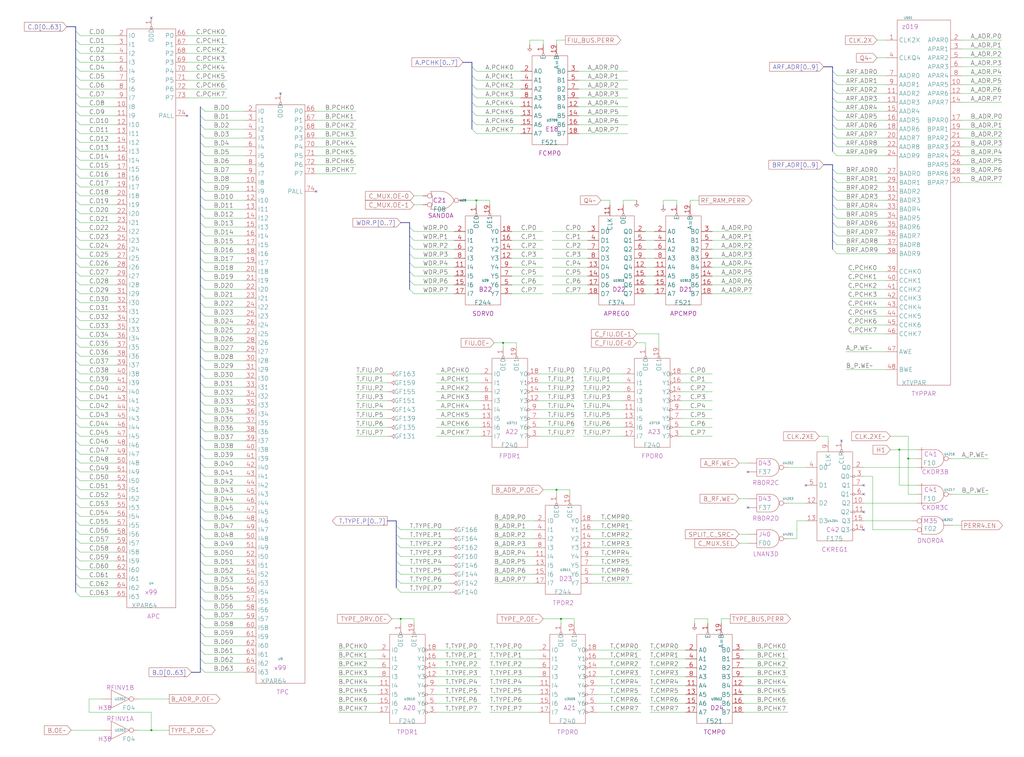
<source format=kicad_sch>
(kicad_sch (version 20230121) (generator eeschema)
  (paper "User" 584.2 431.8)
  (title_block (title "REGISTER FILE A PARITY") (date "15-MAR-90") (rev "1.0") (comment 1 "TYPE") (comment 2 "232-003062") (comment 3 "S400") (comment 4 "RELEASED"))
  (junction (at 320.04 353.06))
  (junction (at 317.5 279.4))
  (junction (at 518.16 261.62))
  (junction (at 86.36 416.56))
  (junction (at 228.6 353.06))
  (junction (at 513.08 256.54))
  (junction (at 271.78 114.3))
  (junction (at 287.02 195.58))
  (no_connect (at 492.76 292.1))
  (no_connect (at 160.02 53.34))
  (no_connect (at 492.76 302.26))
  (no_connect (at 426.72 289.56))
  (no_connect (at 459.74 276.86))
  (no_connect (at 492.76 276.86))
  (no_connect (at 106.68 66.04))
  (no_connect (at 86.36 10.16))
  (no_connect (at 480.06 251.46))
  (no_connect (at 492.76 281.94))
  (no_connect (at 180.34 109.22))
  (no_connect (at 426.72 269.24))
  (bus_entry (at 474.98 132.08) (size 2.54 2.54))
  (bus_entry (at 114.3 299.72) (size 2.54 2.54))
  (bus_entry (at 43.18 124.46) (size 2.54 2.54))
  (bus_entry (at 43.18 78.74) (size 2.54 2.54))
  (bus_entry (at 114.3 76.2) (size 2.54 2.54))
  (bus_entry (at 474.98 106.68) (size 2.54 2.54))
  (bus_entry (at 114.3 218.44) (size 2.54 2.54))
  (bus_entry (at 114.3 365.76) (size 2.54 2.54))
  (bus_entry (at 114.3 284.48) (size 2.54 2.54))
  (bus_entry (at 114.3 167.64) (size 2.54 2.54))
  (bus_entry (at 114.3 238.76) (size 2.54 2.54))
  (bus_entry (at 114.3 345.44) (size 2.54 2.54))
  (bus_entry (at 43.18 236.22) (size 2.54 2.54))
  (bus_entry (at 474.98 86.36) (size 2.54 2.54))
  (bus_entry (at 269.24 63.5) (size 2.54 2.54))
  (bus_entry (at 474.98 60.96) (size 2.54 2.54))
  (bus_entry (at 43.18 73.66) (size 2.54 2.54))
  (bus_entry (at 114.3 121.92) (size 2.54 2.54))
  (bus_entry (at 226.06 309.88) (size 2.54 2.54))
  (bus_entry (at 114.3 360.68) (size 2.54 2.54))
  (bus_entry (at 114.3 264.16) (size 2.54 2.54))
  (bus_entry (at 226.06 299.72) (size 2.54 2.54))
  (bus_entry (at 114.3 71.12) (size 2.54 2.54))
  (bus_entry (at 43.18 53.34) (size 2.54 2.54))
  (bus_entry (at 114.3 294.64) (size 2.54 2.54))
  (bus_entry (at 43.18 266.7) (size 2.54 2.54))
  (bus_entry (at 233.68 144.78) (size 2.54 2.54))
  (bus_entry (at 474.98 96.52) (size 2.54 2.54))
  (bus_entry (at 114.3 274.32) (size 2.54 2.54))
  (bus_entry (at 269.24 73.66) (size 2.54 2.54))
  (bus_entry (at 43.18 190.5) (size 2.54 2.54))
  (bus_entry (at 43.18 139.7) (size 2.54 2.54))
  (bus_entry (at 114.3 289.56) (size 2.54 2.54))
  (bus_entry (at 114.3 193.04) (size 2.54 2.54))
  (bus_entry (at 226.06 320.04) (size 2.54 2.54))
  (bus_entry (at 226.06 335.28) (size 2.54 2.54))
  (bus_entry (at 474.98 45.72) (size 2.54 2.54))
  (bus_entry (at 474.98 81.28) (size 2.54 2.54))
  (bus_entry (at 43.18 27.94) (size 2.54 2.54))
  (bus_entry (at 43.18 256.54) (size 2.54 2.54))
  (bus_entry (at 43.18 200.66) (size 2.54 2.54))
  (bus_entry (at 43.18 63.5) (size 2.54 2.54))
  (bus_entry (at 114.3 259.08) (size 2.54 2.54))
  (bus_entry (at 114.3 162.56) (size 2.54 2.54))
  (bus_entry (at 114.3 223.52) (size 2.54 2.54))
  (bus_entry (at 114.3 208.28) (size 2.54 2.54))
  (bus_entry (at 43.18 231.14) (size 2.54 2.54))
  (bus_entry (at 114.3 203.2) (size 2.54 2.54))
  (bus_entry (at 43.18 104.14) (size 2.54 2.54))
  (bus_entry (at 269.24 68.58) (size 2.54 2.54))
  (bus_entry (at 474.98 66.04) (size 2.54 2.54))
  (bus_entry (at 114.3 101.6) (size 2.54 2.54))
  (bus_entry (at 474.98 142.24) (size 2.54 2.54))
  (bus_entry (at 474.98 50.8) (size 2.54 2.54))
  (bus_entry (at 43.18 129.54) (size 2.54 2.54))
  (bus_entry (at 114.3 182.88) (size 2.54 2.54))
  (bus_entry (at 43.18 175.26) (size 2.54 2.54))
  (bus_entry (at 43.18 226.06) (size 2.54 2.54))
  (bus_entry (at 43.18 297.18) (size 2.54 2.54))
  (bus_entry (at 43.18 327.66) (size 2.54 2.54))
  (bus_entry (at 474.98 76.2) (size 2.54 2.54))
  (bus_entry (at 233.68 134.62) (size 2.54 2.54))
  (bus_entry (at 114.3 172.72) (size 2.54 2.54))
  (bus_entry (at 114.3 254) (size 2.54 2.54))
  (bus_entry (at 114.3 370.84) (size 2.54 2.54))
  (bus_entry (at 114.3 96.52) (size 2.54 2.54))
  (bus_entry (at 114.3 355.6) (size 2.54 2.54))
  (bus_entry (at 43.18 38.1) (size 2.54 2.54))
  (bus_entry (at 43.18 58.42) (size 2.54 2.54))
  (bus_entry (at 43.18 246.38) (size 2.54 2.54))
  (bus_entry (at 269.24 53.34) (size 2.54 2.54))
  (bus_entry (at 43.18 160.02) (size 2.54 2.54))
  (bus_entry (at 43.18 165.1) (size 2.54 2.54))
  (bus_entry (at 114.3 233.68) (size 2.54 2.54))
  (bus_entry (at 43.18 332.74) (size 2.54 2.54))
  (bus_entry (at 226.06 314.96) (size 2.54 2.54))
  (bus_entry (at 114.3 330.2) (size 2.54 2.54))
  (bus_entry (at 226.06 325.12) (size 2.54 2.54))
  (bus_entry (at 43.18 261.62) (size 2.54 2.54))
  (bus_entry (at 114.3 91.44) (size 2.54 2.54))
  (bus_entry (at 474.98 137.16) (size 2.54 2.54))
  (bus_entry (at 474.98 111.76) (size 2.54 2.54))
  (bus_entry (at 114.3 243.84) (size 2.54 2.54))
  (bus_entry (at 114.3 381) (size 2.54 2.54))
  (bus_entry (at 114.3 320.04) (size 2.54 2.54))
  (bus_entry (at 43.18 88.9) (size 2.54 2.54))
  (bus_entry (at 474.98 116.84) (size 2.54 2.54))
  (bus_entry (at 114.3 213.36) (size 2.54 2.54))
  (bus_entry (at 43.18 119.38) (size 2.54 2.54))
  (bus_entry (at 474.98 40.64) (size 2.54 2.54))
  (bus_entry (at 233.68 154.94) (size 2.54 2.54))
  (bus_entry (at 114.3 111.76) (size 2.54 2.54))
  (bus_entry (at 43.18 287.02) (size 2.54 2.54))
  (bus_entry (at 43.18 307.34) (size 2.54 2.54))
  (bus_entry (at 226.06 330.2) (size 2.54 2.54))
  (bus_entry (at 43.18 210.82) (size 2.54 2.54))
  (bus_entry (at 114.3 66.04) (size 2.54 2.54))
  (bus_entry (at 114.3 309.88) (size 2.54 2.54))
  (bus_entry (at 43.18 43.18) (size 2.54 2.54))
  (bus_entry (at 43.18 317.5) (size 2.54 2.54))
  (bus_entry (at 114.3 198.12) (size 2.54 2.54))
  (bus_entry (at 43.18 68.58) (size 2.54 2.54))
  (bus_entry (at 43.18 292.1) (size 2.54 2.54))
  (bus_entry (at 114.3 152.4) (size 2.54 2.54))
  (bus_entry (at 43.18 109.22) (size 2.54 2.54))
  (bus_entry (at 269.24 48.26) (size 2.54 2.54))
  (bus_entry (at 43.18 205.74) (size 2.54 2.54))
  (bus_entry (at 269.24 43.18) (size 2.54 2.54))
  (bus_entry (at 474.98 121.92) (size 2.54 2.54))
  (bus_entry (at 474.98 71.12) (size 2.54 2.54))
  (bus_entry (at 474.98 127) (size 2.54 2.54))
  (bus_entry (at 43.18 281.94) (size 2.54 2.54))
  (bus_entry (at 43.18 48.26) (size 2.54 2.54))
  (bus_entry (at 114.3 60.96) (size 2.54 2.54))
  (bus_entry (at 114.3 228.6) (size 2.54 2.54))
  (bus_entry (at 43.18 195.58) (size 2.54 2.54))
  (bus_entry (at 43.18 271.78) (size 2.54 2.54))
  (bus_entry (at 114.3 86.36) (size 2.54 2.54))
  (bus_entry (at 114.3 132.08) (size 2.54 2.54))
  (bus_entry (at 114.3 350.52) (size 2.54 2.54))
  (bus_entry (at 474.98 101.6) (size 2.54 2.54))
  (bus_entry (at 43.18 276.86) (size 2.54 2.54))
  (bus_entry (at 43.18 144.78) (size 2.54 2.54))
  (bus_entry (at 269.24 58.42) (size 2.54 2.54))
  (bus_entry (at 114.3 157.48) (size 2.54 2.54))
  (bus_entry (at 43.18 302.26) (size 2.54 2.54))
  (bus_entry (at 114.3 279.4) (size 2.54 2.54))
  (bus_entry (at 43.18 220.98) (size 2.54 2.54))
  (bus_entry (at 226.06 304.8) (size 2.54 2.54))
  (bus_entry (at 43.18 312.42) (size 2.54 2.54))
  (bus_entry (at 114.3 142.24) (size 2.54 2.54))
  (bus_entry (at 43.18 17.78) (size 2.54 2.54))
  (bus_entry (at 43.18 83.82) (size 2.54 2.54))
  (bus_entry (at 233.68 139.7) (size 2.54 2.54))
  (bus_entry (at 43.18 185.42) (size 2.54 2.54))
  (bus_entry (at 114.3 304.8) (size 2.54 2.54))
  (bus_entry (at 114.3 340.36) (size 2.54 2.54))
  (bus_entry (at 233.68 160.02) (size 2.54 2.54))
  (bus_entry (at 43.18 241.3) (size 2.54 2.54))
  (bus_entry (at 43.18 149.86) (size 2.54 2.54))
  (bus_entry (at 43.18 251.46) (size 2.54 2.54))
  (bus_entry (at 114.3 335.28) (size 2.54 2.54))
  (bus_entry (at 474.98 55.88) (size 2.54 2.54))
  (bus_entry (at 43.18 134.62) (size 2.54 2.54))
  (bus_entry (at 114.3 269.24) (size 2.54 2.54))
  (bus_entry (at 43.18 215.9) (size 2.54 2.54))
  (bus_entry (at 114.3 81.28) (size 2.54 2.54))
  (bus_entry (at 43.18 180.34) (size 2.54 2.54))
  (bus_entry (at 114.3 314.96) (size 2.54 2.54))
  (bus_entry (at 114.3 177.8) (size 2.54 2.54))
  (bus_entry (at 233.68 129.54) (size 2.54 2.54))
  (bus_entry (at 114.3 325.12) (size 2.54 2.54))
  (bus_entry (at 43.18 33.02) (size 2.54 2.54))
  (bus_entry (at 114.3 116.84) (size 2.54 2.54))
  (bus_entry (at 233.68 149.86) (size 2.54 2.54))
  (bus_entry (at 114.3 375.92) (size 2.54 2.54))
  (bus_entry (at 43.18 99.06) (size 2.54 2.54))
  (bus_entry (at 43.18 114.3) (size 2.54 2.54))
  (bus_entry (at 114.3 137.16) (size 2.54 2.54))
  (bus_entry (at 43.18 170.18) (size 2.54 2.54))
  (bus_entry (at 114.3 106.68) (size 2.54 2.54))
  (bus_entry (at 269.24 38.1) (size 2.54 2.54))
  (bus_entry (at 114.3 147.32) (size 2.54 2.54))
  (bus_entry (at 43.18 154.94) (size 2.54 2.54))
  (bus_entry (at 114.3 248.92) (size 2.54 2.54))
  (bus_entry (at 43.18 322.58) (size 2.54 2.54))
  (bus_entry (at 43.18 337.82) (size 2.54 2.54))
  (bus_entry (at 114.3 187.96) (size 2.54 2.54))
  (bus_entry (at 114.3 127) (size 2.54 2.54))
  (bus_entry (at 43.18 93.98) (size 2.54 2.54))
  (bus_entry (at 233.68 165.1) (size 2.54 2.54))
  (bus_entry (at 43.18 22.86) (size 2.54 2.54))
  (wire (pts (xy 139.7 93.98) (xy 116.84 93.98)))
  (bus (pts (xy 43.18 226.06) (xy 43.18 231.14)))
  (bus (pts (xy 474.98 81.28) (xy 474.98 86.36)))
  (wire (pts (xy 317.5 281.94) (xy 317.5 279.4)))
  (wire (pts (xy 477.52 114.3) (xy 505.46 114.3)))
  (wire (pts (xy 307.34 213.36) (xy 327.66 213.36)))
  (wire (pts (xy 139.7 322.58) (xy 116.84 322.58)))
  (bus (pts (xy 43.18 210.82) (xy 43.18 215.9)))
  (wire (pts (xy 332.74 228.6) (xy 355.6 228.6)))
  (wire (pts (xy 66.04 203.2) (xy 45.72 203.2)))
  (wire (pts (xy 139.7 165.1) (xy 116.84 165.1)))
  (bus (pts (xy 114.3 162.56) (xy 114.3 167.64)))
  (wire (pts (xy 236.22 162.56) (xy 259.08 162.56)))
  (wire (pts (xy 66.04 45.72) (xy 45.72 45.72)))
  (wire (pts (xy 236.22 132.08) (xy 259.08 132.08)))
  (wire (pts (xy 139.7 281.94) (xy 116.84 281.94)))
  (wire (pts (xy 477.52 139.7) (xy 505.46 139.7)))
  (wire (pts (xy 66.04 248.92) (xy 45.72 248.92)))
  (wire (pts (xy 66.04 121.92) (xy 45.72 121.92)))
  (wire (pts (xy 368.3 195.58) (xy 363.22 195.58)))
  (wire (pts (xy 66.04 299.72) (xy 45.72 299.72)))
  (bus (pts (xy 114.3 172.72) (xy 114.3 177.8)))
  (bus (pts (xy 43.18 185.42) (xy 43.18 190.5)))
  (wire (pts (xy 500.38 33.02) (xy 505.46 33.02)))
  (wire (pts (xy 279.4 386.08) (xy 307.34 386.08)))
  (wire (pts (xy 411.48 355.6) (xy 411.48 353.06)))
  (wire (pts (xy 271.78 71.12) (xy 297.18 71.12)))
  (wire (pts (xy 388.62 223.52) (xy 406.4 223.52)))
  (bus (pts (xy 114.3 350.52) (xy 114.3 355.6)))
  (wire (pts (xy 281.94 327.66) (xy 304.8 327.66)))
  (wire (pts (xy 139.7 383.54) (xy 116.84 383.54)))
  (bus (pts (xy 114.3 66.04) (xy 114.3 71.12)))
  (wire (pts (xy 424.18 370.84) (xy 449.58 370.84)))
  (wire (pts (xy 66.04 96.52) (xy 45.72 96.52)))
  (wire (pts (xy 279.4 370.84) (xy 307.34 370.84)))
  (wire (pts (xy 139.7 276.86) (xy 116.84 276.86)))
  (wire (pts (xy 180.34 83.82) (xy 203.2 83.82)))
  (bus (pts (xy 114.3 116.84) (xy 114.3 121.92)))
  (bus (pts (xy 269.24 43.18) (xy 269.24 48.26)))
  (wire (pts (xy 281.94 322.58) (xy 304.8 322.58)))
  (wire (pts (xy 279.4 114.3) (xy 271.78 114.3)))
  (bus (pts (xy 233.68 129.54) (xy 233.68 127)))
  (bus (pts (xy 114.3 289.56) (xy 114.3 294.64)))
  (wire (pts (xy 281.94 307.34) (xy 304.8 307.34)))
  (wire (pts (xy 548.64 73.66) (xy 571.5 73.66)))
  (wire (pts (xy 287.02 195.58) (xy 294.64 195.58)))
  (wire (pts (xy 281.94 317.5) (xy 304.8 317.5)))
  (bus (pts (xy 43.18 109.22) (xy 43.18 114.3)))
  (bus (pts (xy 43.18 302.26) (xy 43.18 307.34)))
  (wire (pts (xy 424.18 386.08) (xy 449.58 386.08)))
  (wire (pts (xy 236.22 157.48) (xy 259.08 157.48)))
  (bus (pts (xy 43.18 124.46) (xy 43.18 129.54)))
  (wire (pts (xy 314.96 132.08) (xy 335.28 132.08)))
  (bus (pts (xy 233.68 165.1) (xy 233.68 160.02)))
  (bus (pts (xy 43.18 154.94) (xy 43.18 160.02)))
  (wire (pts (xy 66.04 111.76) (xy 45.72 111.76)))
  (wire (pts (xy 66.04 167.64) (xy 45.72 167.64)))
  (wire (pts (xy 340.36 396.24) (xy 365.76 396.24)))
  (wire (pts (xy 340.36 386.08) (xy 365.76 386.08)))
  (wire (pts (xy 180.34 99.06) (xy 203.2 99.06)))
  (wire (pts (xy 193.04 391.16) (xy 215.9 391.16)))
  (bus (pts (xy 43.18 53.34) (xy 43.18 58.42)))
  (wire (pts (xy 66.04 101.6) (xy 45.72 101.6)))
  (wire (pts (xy 139.7 144.78) (xy 116.84 144.78)))
  (wire (pts (xy 370.84 396.24) (xy 391.16 396.24)))
  (wire (pts (xy 388.62 228.6) (xy 406.4 228.6)))
  (wire (pts (xy 368.3 142.24) (xy 373.38 142.24)))
  (wire (pts (xy 139.7 210.82) (xy 116.84 210.82)))
  (bus (pts (xy 114.3 325.12) (xy 114.3 330.2)))
  (wire (pts (xy 129.54 45.72) (xy 106.68 45.72)))
  (wire (pts (xy 66.04 182.88) (xy 45.72 182.88)))
  (wire (pts (xy 477.52 104.14) (xy 505.46 104.14)))
  (wire (pts (xy 363.22 114.3) (xy 355.6 114.3)))
  (wire (pts (xy 330.2 76.2) (xy 358.14 76.2)))
  (wire (pts (xy 228.6 332.74) (xy 256.54 332.74)))
  (bus (pts (xy 114.3 177.8) (xy 114.3 182.88)))
  (wire (pts (xy 139.7 205.74) (xy 116.84 205.74)))
  (bus (pts (xy 43.18 205.74) (xy 43.18 210.82)))
  (wire (pts (xy 66.04 86.36) (xy 45.72 86.36)))
  (wire (pts (xy 279.4 406.4) (xy 307.34 406.4)))
  (wire (pts (xy 309.88 25.4) (xy 309.88 22.86)))
  (bus (pts (xy 269.24 38.1) (xy 269.24 43.18)))
  (wire (pts (xy 332.74 243.84) (xy 355.6 243.84)))
  (bus (pts (xy 114.3 350.52) (xy 114.3 345.44)))
  (wire (pts (xy 228.6 312.42) (xy 256.54 312.42)))
  (wire (pts (xy 388.62 213.36) (xy 406.4 213.36)))
  (bus (pts (xy 233.68 149.86) (xy 233.68 144.78)))
  (wire (pts (xy 307.34 233.68) (xy 327.66 233.68)))
  (wire (pts (xy 337.82 317.5) (xy 360.68 317.5)))
  (wire (pts (xy 330.2 40.64) (xy 358.14 40.64)))
  (bus (pts (xy 43.18 180.34) (xy 43.18 185.42)))
  (wire (pts (xy 248.92 238.76) (xy 274.32 238.76)))
  (wire (pts (xy 129.54 40.64) (xy 106.68 40.64)))
  (wire (pts (xy 477.52 73.66) (xy 505.46 73.66)))
  (bus (pts (xy 114.3 304.8) (xy 114.3 309.88)))
  (wire (pts (xy 66.04 157.48) (xy 45.72 157.48)))
  (wire (pts (xy 203.2 238.76) (xy 220.98 238.76)))
  (wire (pts (xy 337.82 297.18) (xy 360.68 297.18)))
  (wire (pts (xy 548.64 68.58) (xy 571.5 68.58)))
  (wire (pts (xy 467.36 248.92) (xy 472.44 248.92)))
  (wire (pts (xy 66.04 198.12) (xy 45.72 198.12)))
  (bus (pts (xy 43.18 139.7) (xy 43.18 144.78)))
  (wire (pts (xy 129.54 35.56) (xy 106.68 35.56)))
  (wire (pts (xy 375.92 190.5) (xy 363.22 190.5)))
  (wire (pts (xy 307.34 223.52) (xy 327.66 223.52)))
  (bus (pts (xy 233.68 144.78) (xy 233.68 139.7)))
  (wire (pts (xy 66.04 55.88) (xy 45.72 55.88)))
  (bus (pts (xy 114.3 121.92) (xy 114.3 127)))
  (wire (pts (xy 368.3 137.16) (xy 373.38 137.16)))
  (wire (pts (xy 421.64 309.88) (xy 426.72 309.88)))
  (bus (pts (xy 43.18 200.66) (xy 43.18 205.74)))
  (bus (pts (xy 43.18 220.98) (xy 43.18 226.06)))
  (bus (pts (xy 43.18 27.94) (xy 43.18 33.02)))
  (bus (pts (xy 114.3 137.16) (xy 114.3 142.24)))
  (bus (pts (xy 43.18 261.62) (xy 43.18 266.7)))
  (wire (pts (xy 248.92 213.36) (xy 274.32 213.36)))
  (wire (pts (xy 477.52 48.26) (xy 505.46 48.26)))
  (bus (pts (xy 474.98 38.1) (xy 474.98 40.64)))
  (wire (pts (xy 424.18 406.4) (xy 449.58 406.4)))
  (bus (pts (xy 114.3 284.48) (xy 114.3 289.56)))
  (bus (pts (xy 114.3 208.28) (xy 114.3 213.36)))
  (wire (pts (xy 66.04 314.96) (xy 45.72 314.96)))
  (wire (pts (xy 477.52 88.9) (xy 505.46 88.9)))
  (wire (pts (xy 477.52 109.22) (xy 505.46 109.22)))
  (bus (pts (xy 43.18 134.62) (xy 43.18 139.7)))
  (wire (pts (xy 292.1 137.16) (xy 309.88 137.16)))
  (bus (pts (xy 43.18 246.38) (xy 43.18 251.46)))
  (wire (pts (xy 66.04 25.4) (xy 45.72 25.4)))
  (wire (pts (xy 139.7 261.62) (xy 116.84 261.62)))
  (wire (pts (xy 477.52 129.54) (xy 505.46 129.54)))
  (wire (pts (xy 236.22 116.84) (xy 241.3 116.84)))
  (wire (pts (xy 548.64 78.74) (xy 571.5 78.74)))
  (bus (pts (xy 43.18 17.78) (xy 43.18 22.86)))
  (wire (pts (xy 492.76 271.78) (xy 497.84 271.78)))
  (wire (pts (xy 492.76 266.7) (xy 523.24 266.7)))
  (wire (pts (xy 548.64 99.06) (xy 571.5 99.06)))
  (wire (pts (xy 347.98 116.84) (xy 347.98 114.3)))
  (wire (pts (xy 223.52 353.06) (xy 228.6 353.06)))
  (wire (pts (xy 307.34 238.76) (xy 327.66 238.76)))
  (wire (pts (xy 327.66 355.6) (xy 327.66 353.06)))
  (wire (pts (xy 330.2 55.88) (xy 358.14 55.88)))
  (wire (pts (xy 330.2 60.96) (xy 358.14 60.96)))
  (wire (pts (xy 139.7 327.66) (xy 116.84 327.66)))
  (wire (pts (xy 548.64 27.94) (xy 571.5 27.94)))
  (wire (pts (xy 271.78 114.3) (xy 264.16 114.3)))
  (bus (pts (xy 43.18 241.3) (xy 43.18 246.38)))
  (wire (pts (xy 66.04 335.28) (xy 45.72 335.28)))
  (wire (pts (xy 193.04 381) (xy 215.9 381)))
  (wire (pts (xy 406.4 162.56) (xy 429.26 162.56)))
  (wire (pts (xy 203.2 233.68) (xy 220.98 233.68)))
  (wire (pts (xy 236.22 147.32) (xy 259.08 147.32)))
  (bus (pts (xy 43.18 292.1) (xy 43.18 297.18)))
  (bus (pts (xy 114.3 248.92) (xy 114.3 254)))
  (wire (pts (xy 320.04 355.6) (xy 320.04 353.06)))
  (bus (pts (xy 114.3 96.52) (xy 114.3 101.6)))
  (wire (pts (xy 248.92 243.84) (xy 274.32 243.84)))
  (bus (pts (xy 43.18 256.54) (xy 43.18 261.62)))
  (bus (pts (xy 43.18 43.18) (xy 43.18 48.26)))
  (bus (pts (xy 114.3 335.28) (xy 114.3 340.36)))
  (wire (pts (xy 139.7 78.74) (xy 116.84 78.74)))
  (bus (pts (xy 114.3 254) (xy 114.3 259.08)))
  (wire (pts (xy 248.92 391.16) (xy 274.32 391.16)))
  (wire (pts (xy 66.04 116.84) (xy 45.72 116.84)))
  (wire (pts (xy 477.52 78.74) (xy 505.46 78.74)))
  (wire (pts (xy 248.92 396.24) (xy 274.32 396.24)))
  (bus (pts (xy 474.98 121.92) (xy 474.98 127)))
  (bus (pts (xy 43.18 93.98) (xy 43.18 99.06)))
  (bus (pts (xy 43.18 271.78) (xy 43.18 276.86)))
  (wire (pts (xy 129.54 25.4) (xy 106.68 25.4)))
  (bus (pts (xy 114.3 360.68) (xy 114.3 355.6)))
  (wire (pts (xy 66.04 193.04) (xy 45.72 193.04)))
  (bus (pts (xy 269.24 58.42) (xy 269.24 63.5)))
  (wire (pts (xy 281.94 312.42) (xy 304.8 312.42)))
  (bus (pts (xy 114.3 279.4) (xy 114.3 284.48)))
  (wire (pts (xy 139.7 332.74) (xy 116.84 332.74)))
  (wire (pts (xy 368.3 147.32) (xy 373.38 147.32)))
  (wire (pts (xy 523.24 276.86) (xy 513.08 276.86)))
  (wire (pts (xy 139.7 246.38) (xy 116.84 246.38)))
  (wire (pts (xy 485.14 190.5) (xy 505.46 190.5)))
  (wire (pts (xy 302.26 22.86) (xy 302.26 25.4)))
  (wire (pts (xy 424.18 381) (xy 449.58 381)))
  (wire (pts (xy 78.74 416.56) (xy 86.36 416.56)))
  (bus (pts (xy 43.18 58.42) (xy 43.18 63.5)))
  (wire (pts (xy 485.14 170.18) (xy 505.46 170.18)))
  (bus (pts (xy 43.18 327.66) (xy 43.18 332.74)))
  (wire (pts (xy 314.96 152.4) (xy 335.28 152.4)))
  (bus (pts (xy 233.68 127) (xy 228.6 127)))
  (wire (pts (xy 314.96 147.32) (xy 335.28 147.32)))
  (bus (pts (xy 43.18 83.82) (xy 43.18 88.9)))
  (wire (pts (xy 337.82 327.66) (xy 360.68 327.66)))
  (wire (pts (xy 66.04 264.16) (xy 45.72 264.16)))
  (wire (pts (xy 337.82 307.34) (xy 360.68 307.34)))
  (bus (pts (xy 43.18 129.54) (xy 43.18 134.62)))
  (bus (pts (xy 474.98 76.2) (xy 474.98 81.28)))
  (wire (pts (xy 548.64 93.98) (xy 571.5 93.98)))
  (wire (pts (xy 193.04 375.92) (xy 215.9 375.92)))
  (bus (pts (xy 43.18 251.46) (xy 43.18 256.54)))
  (wire (pts (xy 281.94 302.26) (xy 304.8 302.26)))
  (bus (pts (xy 269.24 68.58) (xy 269.24 73.66)))
  (wire (pts (xy 548.64 104.14) (xy 571.5 104.14)))
  (bus (pts (xy 114.3 375.92) (xy 114.3 381)))
  (wire (pts (xy 406.4 167.64) (xy 429.26 167.64)))
  (wire (pts (xy 139.7 266.7) (xy 116.84 266.7)))
  (wire (pts (xy 294.64 198.12) (xy 294.64 195.58)))
  (wire (pts (xy 368.3 162.56) (xy 373.38 162.56)))
  (wire (pts (xy 66.04 60.96) (xy 45.72 60.96)))
  (wire (pts (xy 180.34 73.66) (xy 203.2 73.66)))
  (bus (pts (xy 474.98 137.16) (xy 474.98 142.24)))
  (wire (pts (xy 406.4 152.4) (xy 429.26 152.4)))
  (wire (pts (xy 330.2 71.12) (xy 358.14 71.12)))
  (wire (pts (xy 139.7 347.98) (xy 116.84 347.98)))
  (wire (pts (xy 330.2 66.04) (xy 358.14 66.04)))
  (wire (pts (xy 193.04 396.24) (xy 215.9 396.24)))
  (wire (pts (xy 66.04 279.4) (xy 45.72 279.4)))
  (wire (pts (xy 139.7 241.3) (xy 116.84 241.3)))
  (wire (pts (xy 139.7 154.94) (xy 116.84 154.94)))
  (wire (pts (xy 139.7 134.62) (xy 116.84 134.62)))
  (bus (pts (xy 114.3 274.32) (xy 114.3 279.4)))
  (wire (pts (xy 66.04 284.48) (xy 45.72 284.48)))
  (wire (pts (xy 307.34 218.44) (xy 327.66 218.44)))
  (wire (pts (xy 332.74 223.52) (xy 355.6 223.52)))
  (wire (pts (xy 193.04 370.84) (xy 215.9 370.84)))
  (wire (pts (xy 292.1 157.48) (xy 309.88 157.48)))
  (wire (pts (xy 388.62 218.44) (xy 406.4 218.44)))
  (wire (pts (xy 477.52 53.34) (xy 505.46 53.34)))
  (bus (pts (xy 114.3 187.96) (xy 114.3 193.04)))
  (wire (pts (xy 50.8 398.78) (xy 50.8 406.4)))
  (wire (pts (xy 66.04 172.72) (xy 45.72 172.72)))
  (wire (pts (xy 66.04 187.96) (xy 45.72 187.96)))
  (bus (pts (xy 474.98 132.08) (xy 474.98 137.16)))
  (wire (pts (xy 477.52 43.18) (xy 505.46 43.18)))
  (bus (pts (xy 43.18 281.94) (xy 43.18 287.02)))
  (bus (pts (xy 114.3 299.72) (xy 114.3 304.8)))
  (wire (pts (xy 548.64 53.34) (xy 571.5 53.34)))
  (wire (pts (xy 449.58 287.02) (xy 459.74 287.02)))
  (wire (pts (xy 139.7 236.22) (xy 116.84 236.22)))
  (bus (pts (xy 226.06 330.2) (xy 226.06 335.28)))
  (wire (pts (xy 543.56 281.94) (xy 563.88 281.94)))
  (bus (pts (xy 269.24 35.56) (xy 269.24 38.1)))
  (wire (pts (xy 454.66 297.18) (xy 459.74 297.18)))
  (wire (pts (xy 340.36 391.16) (xy 365.76 391.16)))
  (wire (pts (xy 477.52 144.78) (xy 505.46 144.78)))
  (wire (pts (xy 279.4 396.24) (xy 307.34 396.24)))
  (bus (pts (xy 43.18 160.02) (xy 43.18 165.1)))
  (wire (pts (xy 449.58 307.34) (xy 454.66 307.34)))
  (bus (pts (xy 474.98 45.72) (xy 474.98 50.8)))
  (wire (pts (xy 449.58 266.7) (xy 459.74 266.7)))
  (wire (pts (xy 543.56 261.62) (xy 563.88 261.62)))
  (wire (pts (xy 477.52 68.58) (xy 505.46 68.58)))
  (wire (pts (xy 485.14 165.1) (xy 505.46 165.1)))
  (wire (pts (xy 482.6 200.66) (xy 505.46 200.66)))
  (wire (pts (xy 228.6 302.26) (xy 256.54 302.26)))
  (wire (pts (xy 513.08 276.86) (xy 513.08 256.54)))
  (bus (pts (xy 43.18 215.9) (xy 43.18 220.98)))
  (wire (pts (xy 139.7 109.22) (xy 116.84 109.22)))
  (wire (pts (xy 139.7 373.38) (xy 116.84 373.38)))
  (bus (pts (xy 114.3 370.84) (xy 114.3 375.92)))
  (bus (pts (xy 220.98 297.18) (xy 226.06 297.18)))
  (wire (pts (xy 139.7 73.66) (xy 116.84 73.66)))
  (wire (pts (xy 180.34 68.58) (xy 203.2 68.58)))
  (wire (pts (xy 477.52 99.06) (xy 505.46 99.06)))
  (wire (pts (xy 66.04 50.8) (xy 45.72 50.8)))
  (wire (pts (xy 292.1 162.56) (xy 309.88 162.56)))
  (wire (pts (xy 421.64 264.16) (xy 426.72 264.16)))
  (wire (pts (xy 307.34 243.84) (xy 327.66 243.84)))
  (bus (pts (xy 114.3 218.44) (xy 114.3 223.52)))
  (wire (pts (xy 292.1 132.08) (xy 309.88 132.08)))
  (wire (pts (xy 497.84 302.26) (xy 520.7 302.26)))
  (wire (pts (xy 139.7 226.06) (xy 116.84 226.06)))
  (wire (pts (xy 66.04 127) (xy 45.72 127)))
  (wire (pts (xy 139.7 307.34) (xy 116.84 307.34)))
  (wire (pts (xy 518.16 261.62) (xy 523.24 261.62)))
  (wire (pts (xy 287.02 198.12) (xy 287.02 195.58)))
  (bus (pts (xy 109.22 383.54) (xy 114.3 383.54)))
  (bus (pts (xy 226.06 304.8) (xy 226.06 309.88)))
  (wire (pts (xy 472.44 251.46) (xy 472.44 248.92)))
  (wire (pts (xy 66.04 81.28) (xy 45.72 81.28)))
  (wire (pts (xy 58.42 398.78) (xy 50.8 398.78)))
  (wire (pts (xy 139.7 114.3) (xy 116.84 114.3)))
  (wire (pts (xy 139.7 63.5) (xy 116.84 63.5)))
  (wire (pts (xy 203.2 228.6) (xy 220.98 228.6)))
  (bus (pts (xy 43.18 190.5) (xy 43.18 195.58)))
  (wire (pts (xy 66.04 259.08) (xy 45.72 259.08)))
  (wire (pts (xy 66.04 152.4) (xy 45.72 152.4)))
  (wire (pts (xy 66.04 228.6) (xy 45.72 228.6)))
  (wire (pts (xy 66.04 162.56) (xy 45.72 162.56)))
  (bus (pts (xy 43.18 170.18) (xy 43.18 175.26)))
  (wire (pts (xy 180.34 88.9) (xy 203.2 88.9)))
  (wire (pts (xy 485.14 185.42) (xy 505.46 185.42)))
  (wire (pts (xy 368.3 132.08) (xy 373.38 132.08)))
  (wire (pts (xy 548.64 43.18) (xy 571.5 43.18)))
  (bus (pts (xy 43.18 15.24) (xy 43.18 17.78)))
  (wire (pts (xy 228.6 327.66) (xy 256.54 327.66)))
  (wire (pts (xy 492.76 287.02) (xy 523.24 287.02)))
  (bus (pts (xy 474.98 96.52) (xy 474.98 101.6)))
  (bus (pts (xy 43.18 332.74) (xy 43.18 337.82)))
  (wire (pts (xy 332.74 238.76) (xy 355.6 238.76)))
  (bus (pts (xy 226.06 325.12) (xy 226.06 330.2)))
  (bus (pts (xy 43.18 287.02) (xy 43.18 292.1)))
  (bus (pts (xy 114.3 314.96) (xy 114.3 320.04)))
  (wire (pts (xy 66.04 76.2) (xy 45.72 76.2)))
  (bus (pts (xy 43.18 307.34) (xy 43.18 312.42)))
  (wire (pts (xy 66.04 177.8) (xy 45.72 177.8)))
  (bus (pts (xy 114.3 182.88) (xy 114.3 187.96)))
  (wire (pts (xy 424.18 396.24) (xy 449.58 396.24)))
  (wire (pts (xy 203.2 218.44) (xy 220.98 218.44)))
  (wire (pts (xy 139.7 200.66) (xy 116.84 200.66)))
  (wire (pts (xy 370.84 391.16) (xy 391.16 391.16)))
  (bus (pts (xy 43.18 33.02) (xy 43.18 38.1)))
  (bus (pts (xy 114.3 71.12) (xy 114.3 76.2)))
  (wire (pts (xy 66.04 289.56) (xy 45.72 289.56)))
  (wire (pts (xy 228.6 322.58) (xy 256.54 322.58)))
  (bus (pts (xy 114.3 111.76) (xy 114.3 116.84)))
  (wire (pts (xy 492.76 297.18) (xy 520.7 297.18)))
  (bus (pts (xy 226.06 297.18) (xy 226.06 299.72)))
  (wire (pts (xy 139.7 190.5) (xy 116.84 190.5)))
  (wire (pts (xy 281.94 195.58) (xy 287.02 195.58)))
  (bus (pts (xy 114.3 152.4) (xy 114.3 147.32)))
  (wire (pts (xy 320.04 353.06) (xy 327.66 353.06)))
  (wire (pts (xy 406.4 157.48) (xy 429.26 157.48)))
  (wire (pts (xy 66.04 91.44) (xy 45.72 91.44)))
  (wire (pts (xy 325.12 281.94) (xy 325.12 279.4)))
  (wire (pts (xy 485.14 180.34) (xy 505.46 180.34)))
  (wire (pts (xy 477.52 134.62) (xy 505.46 134.62)))
  (bus (pts (xy 114.3 81.28) (xy 114.3 76.2)))
  (wire (pts (xy 66.04 208.28) (xy 45.72 208.28)))
  (wire (pts (xy 309.88 22.86) (xy 302.26 22.86)))
  (wire (pts (xy 271.78 45.72) (xy 297.18 45.72)))
  (wire (pts (xy 139.7 271.78) (xy 116.84 271.78)))
  (wire (pts (xy 139.7 185.42) (xy 116.84 185.42)))
  (wire (pts (xy 139.7 297.18) (xy 116.84 297.18)))
  (wire (pts (xy 139.7 342.9) (xy 116.84 342.9)))
  (wire (pts (xy 393.7 114.3) (xy 398.78 114.3)))
  (wire (pts (xy 388.62 243.84) (xy 406.4 243.84)))
  (wire (pts (xy 66.04 223.52) (xy 45.72 223.52)))
  (wire (pts (xy 330.2 45.72) (xy 358.14 45.72)))
  (wire (pts (xy 248.92 386.08) (xy 274.32 386.08)))
  (wire (pts (xy 139.7 170.18) (xy 116.84 170.18)))
  (bus (pts (xy 43.18 99.06) (xy 43.18 104.14)))
  (bus (pts (xy 114.3 228.6) (xy 114.3 233.68)))
  (wire (pts (xy 139.7 256.54) (xy 116.84 256.54)))
  (wire (pts (xy 66.04 269.24) (xy 45.72 269.24)))
  (wire (pts (xy 248.92 375.92) (xy 274.32 375.92)))
  (wire (pts (xy 309.88 353.06) (xy 320.04 353.06)))
  (bus (pts (xy 114.3 320.04) (xy 114.3 325.12)))
  (wire (pts (xy 314.96 162.56) (xy 335.28 162.56)))
  (wire (pts (xy 548.64 88.9) (xy 571.5 88.9)))
  (bus (pts (xy 114.3 60.96) (xy 114.3 66.04)))
  (wire (pts (xy 548.64 48.26) (xy 571.5 48.26)))
  (wire (pts (xy 66.04 132.08) (xy 45.72 132.08)))
  (wire (pts (xy 139.7 124.46) (xy 116.84 124.46)))
  (wire (pts (xy 485.14 175.26) (xy 505.46 175.26)))
  (wire (pts (xy 388.62 248.92) (xy 406.4 248.92)))
  (bus (pts (xy 43.18 48.26) (xy 43.18 53.34)))
  (wire (pts (xy 281.94 332.74) (xy 304.8 332.74)))
  (wire (pts (xy 236.22 152.4) (xy 259.08 152.4)))
  (bus (pts (xy 269.24 63.5) (xy 269.24 68.58)))
  (bus (pts (xy 114.3 198.12) (xy 114.3 203.2)))
  (bus (pts (xy 474.98 93.98) (xy 474.98 96.52)))
  (wire (pts (xy 279.4 391.16) (xy 307.34 391.16)))
  (wire (pts (xy 406.4 142.24) (xy 429.26 142.24)))
  (bus (pts (xy 43.18 68.58) (xy 43.18 73.66)))
  (wire (pts (xy 477.52 58.42) (xy 505.46 58.42)))
  (wire (pts (xy 347.98 114.3) (xy 342.9 114.3)))
  (wire (pts (xy 314.96 157.48) (xy 335.28 157.48)))
  (bus (pts (xy 114.3 383.54) (xy 114.3 381)))
  (bus (pts (xy 43.18 144.78) (xy 43.18 149.86)))
  (wire (pts (xy 139.7 353.06) (xy 116.84 353.06)))
  (wire (pts (xy 307.34 248.92) (xy 327.66 248.92)))
  (wire (pts (xy 314.96 137.16) (xy 335.28 137.16)))
  (wire (pts (xy 248.92 401.32) (xy 274.32 401.32)))
  (wire (pts (xy 236.22 355.6) (xy 236.22 353.06)))
  (wire (pts (xy 228.6 317.5) (xy 256.54 317.5)))
  (wire (pts (xy 66.04 137.16) (xy 45.72 137.16)))
  (bus (pts (xy 43.18 63.5) (xy 43.18 68.58)))
  (bus (pts (xy 226.06 299.72) (xy 226.06 304.8)))
  (wire (pts (xy 66.04 309.88) (xy 45.72 309.88)))
  (wire (pts (xy 236.22 142.24) (xy 259.08 142.24)))
  (wire (pts (xy 139.7 175.26) (xy 116.84 175.26)))
  (wire (pts (xy 370.84 370.84) (xy 391.16 370.84)))
  (wire (pts (xy 139.7 180.34) (xy 116.84 180.34)))
  (wire (pts (xy 340.36 381) (xy 365.76 381)))
  (bus (pts (xy 114.3 193.04) (xy 114.3 198.12)))
  (bus (pts (xy 43.18 104.14) (xy 43.18 109.22)))
  (bus (pts (xy 114.3 243.84) (xy 114.3 248.92)))
  (wire (pts (xy 66.04 233.68) (xy 45.72 233.68)))
  (wire (pts (xy 271.78 60.96) (xy 297.18 60.96)))
  (bus (pts (xy 114.3 365.76) (xy 114.3 370.84)))
  (wire (pts (xy 477.52 119.38) (xy 505.46 119.38)))
  (wire (pts (xy 271.78 50.8) (xy 297.18 50.8)))
  (wire (pts (xy 424.18 375.92) (xy 449.58 375.92)))
  (bus (pts (xy 114.3 309.88) (xy 114.3 314.96)))
  (wire (pts (xy 193.04 386.08) (xy 215.9 386.08)))
  (bus (pts (xy 43.18 312.42) (xy 43.18 317.5)))
  (bus (pts (xy 474.98 40.64) (xy 474.98 45.72)))
  (wire (pts (xy 139.7 68.58) (xy 116.84 68.58)))
  (wire (pts (xy 139.7 160.02) (xy 116.84 160.02)))
  (bus (pts (xy 114.3 127) (xy 114.3 132.08)))
  (wire (pts (xy 454.66 307.34) (xy 454.66 297.18)))
  (bus (pts (xy 43.18 38.1) (xy 43.18 43.18)))
  (wire (pts (xy 279.4 116.84) (xy 279.4 114.3)))
  (bus (pts (xy 269.24 48.26) (xy 269.24 53.34)))
  (wire (pts (xy 139.7 139.7) (xy 116.84 139.7)))
  (bus (pts (xy 43.18 149.86) (xy 43.18 154.94)))
  (wire (pts (xy 375.92 198.12) (xy 375.92 190.5)))
  (bus (pts (xy 43.18 119.38) (xy 43.18 124.46)))
  (bus (pts (xy 43.18 276.86) (xy 43.18 281.94)))
  (wire (pts (xy 66.04 238.76) (xy 45.72 238.76)))
  (wire (pts (xy 66.04 35.56) (xy 45.72 35.56)))
  (wire (pts (xy 139.7 104.14) (xy 116.84 104.14)))
  (wire (pts (xy 307.34 228.6) (xy 327.66 228.6)))
  (bus (pts (xy 474.98 55.88) (xy 474.98 60.96)))
  (wire (pts (xy 292.1 147.32) (xy 309.88 147.32)))
  (bus (pts (xy 38.1 15.24) (xy 43.18 15.24)))
  (wire (pts (xy 203.2 243.84) (xy 220.98 243.84)))
  (wire (pts (xy 340.36 370.84) (xy 365.76 370.84)))
  (bus (pts (xy 474.98 111.76) (xy 474.98 116.84)))
  (wire (pts (xy 180.34 78.74) (xy 203.2 78.74)))
  (bus (pts (xy 114.3 264.16) (xy 114.3 269.24)))
  (wire (pts (xy 66.04 147.32) (xy 45.72 147.32)))
  (wire (pts (xy 66.04 294.64) (xy 45.72 294.64)))
  (wire (pts (xy 139.7 251.46) (xy 116.84 251.46)))
  (wire (pts (xy 337.82 302.26) (xy 360.68 302.26)))
  (wire (pts (xy 396.24 353.06) (xy 403.86 353.06)))
  (bus (pts (xy 469.9 38.1) (xy 474.98 38.1)))
  (wire (pts (xy 332.74 233.68) (xy 355.6 233.68)))
  (bus (pts (xy 233.68 134.62) (xy 233.68 129.54)))
  (bus (pts (xy 474.98 71.12) (xy 474.98 76.2)))
  (wire (pts (xy 279.4 401.32) (xy 307.34 401.32)))
  (bus (pts (xy 114.3 101.6) (xy 114.3 106.68)))
  (wire (pts (xy 548.64 22.86) (xy 571.5 22.86)))
  (wire (pts (xy 292.1 142.24) (xy 309.88 142.24)))
  (wire (pts (xy 66.04 340.36) (xy 45.72 340.36)))
  (wire (pts (xy 332.74 213.36) (xy 355.6 213.36)))
  (bus (pts (xy 43.18 73.66) (xy 43.18 78.74)))
  (wire (pts (xy 248.92 233.68) (xy 274.32 233.68)))
  (bus (pts (xy 43.18 78.74) (xy 43.18 83.82)))
  (wire (pts (xy 66.04 320.04) (xy 45.72 320.04)))
  (bus (pts (xy 114.3 259.08) (xy 114.3 264.16)))
  (wire (pts (xy 139.7 88.9) (xy 116.84 88.9)))
  (bus (pts (xy 114.3 223.52) (xy 114.3 228.6)))
  (wire (pts (xy 228.6 307.34) (xy 256.54 307.34)))
  (bus (pts (xy 114.3 81.28) (xy 114.3 86.36)))
  (bus (pts (xy 43.18 195.58) (xy 43.18 200.66)))
  (wire (pts (xy 139.7 83.82) (xy 116.84 83.82)))
  (wire (pts (xy 66.04 30.48) (xy 45.72 30.48)))
  (wire (pts (xy 332.74 248.92) (xy 355.6 248.92)))
  (wire (pts (xy 66.04 71.12) (xy 45.72 71.12)))
  (wire (pts (xy 330.2 50.8) (xy 358.14 50.8)))
  (bus (pts (xy 43.18 322.58) (xy 43.18 327.66)))
  (wire (pts (xy 292.1 152.4) (xy 309.88 152.4)))
  (wire (pts (xy 139.7 302.26) (xy 116.84 302.26)))
  (bus (pts (xy 114.3 203.2) (xy 114.3 208.28)))
  (wire (pts (xy 271.78 66.04) (xy 297.18 66.04)))
  (wire (pts (xy 548.64 33.02) (xy 571.5 33.02)))
  (wire (pts (xy 393.7 116.84) (xy 393.7 114.3)))
  (wire (pts (xy 86.36 416.56) (xy 96.52 416.56)))
  (bus (pts (xy 43.18 297.18) (xy 43.18 302.26)))
  (bus (pts (xy 43.18 266.7) (xy 43.18 271.78)))
  (wire (pts (xy 500.38 22.86) (xy 505.46 22.86)))
  (bus (pts (xy 233.68 139.7) (xy 233.68 134.62)))
  (wire (pts (xy 411.48 353.06) (xy 416.56 353.06)))
  (bus (pts (xy 114.3 269.24) (xy 114.3 274.32)))
  (wire (pts (xy 139.7 129.54) (xy 116.84 129.54)))
  (wire (pts (xy 66.04 66.04) (xy 45.72 66.04)))
  (wire (pts (xy 421.64 284.48) (xy 426.72 284.48)))
  (bus (pts (xy 114.3 360.68) (xy 114.3 365.76)))
  (bus (pts (xy 43.18 236.22) (xy 43.18 241.3)))
  (wire (pts (xy 66.04 304.8) (xy 45.72 304.8)))
  (bus (pts (xy 114.3 152.4) (xy 114.3 157.48)))
  (bus (pts (xy 474.98 116.84) (xy 474.98 121.92)))
  (bus (pts (xy 264.16 35.56) (xy 269.24 35.56)))
  (bus (pts (xy 43.18 317.5) (xy 43.18 322.58)))
  (wire (pts (xy 548.64 83.82) (xy 571.5 83.82)))
  (wire (pts (xy 370.84 406.4) (xy 391.16 406.4)))
  (bus (pts (xy 114.3 345.44) (xy 114.3 340.36)))
  (wire (pts (xy 548.64 58.42) (xy 571.5 58.42)))
  (wire (pts (xy 236.22 137.16) (xy 259.08 137.16)))
  (wire (pts (xy 292.1 167.64) (xy 309.88 167.64)))
  (wire (pts (xy 248.92 370.84) (xy 274.32 370.84)))
  (wire (pts (xy 78.74 398.78) (xy 96.52 398.78)))
  (bus (pts (xy 114.3 167.64) (xy 114.3 172.72)))
  (wire (pts (xy 139.7 378.46) (xy 116.84 378.46)))
  (bus (pts (xy 474.98 101.6) (xy 474.98 106.68)))
  (wire (pts (xy 317.5 22.86) (xy 322.58 22.86)))
  (bus (pts (xy 469.9 93.98) (xy 474.98 93.98)))
  (bus (pts (xy 226.06 320.04) (xy 226.06 325.12)))
  (bus (pts (xy 43.18 114.3) (xy 43.18 119.38)))
  (bus (pts (xy 43.18 165.1) (xy 43.18 170.18)))
  (wire (pts (xy 129.54 50.8) (xy 106.68 50.8)))
  (wire (pts (xy 139.7 292.1) (xy 116.84 292.1)))
  (wire (pts (xy 66.04 40.64) (xy 45.72 40.64)))
  (wire (pts (xy 543.56 299.72) (xy 548.64 299.72)))
  (wire (pts (xy 485.14 154.94) (xy 505.46 154.94)))
  (wire (pts (xy 370.84 401.32) (xy 391.16 401.32)))
  (wire (pts (xy 271.78 114.3) (xy 271.78 116.84)))
  (bus (pts (xy 474.98 50.8) (xy 474.98 55.88)))
  (wire (pts (xy 248.92 406.4) (xy 274.32 406.4)))
  (bus (pts (xy 474.98 66.04) (xy 474.98 71.12)))
  (wire (pts (xy 368.3 198.12) (xy 368.3 195.58)))
  (wire (pts (xy 477.52 124.46) (xy 505.46 124.46)))
  (wire (pts (xy 236.22 111.76) (xy 241.3 111.76)))
  (wire (pts (xy 523.24 281.94) (xy 518.16 281.94)))
  (bus (pts (xy 114.3 142.24) (xy 114.3 147.32)))
  (wire (pts (xy 388.62 238.76) (xy 406.4 238.76)))
  (bus (pts (xy 474.98 127) (xy 474.98 132.08)))
  (wire (pts (xy 139.7 358.14) (xy 116.84 358.14)))
  (wire (pts (xy 314.96 142.24) (xy 335.28 142.24)))
  (wire (pts (xy 139.7 215.9) (xy 116.84 215.9)))
  (wire (pts (xy 236.22 167.64) (xy 259.08 167.64)))
  (bus (pts (xy 269.24 53.34) (xy 269.24 58.42)))
  (wire (pts (xy 180.34 93.98) (xy 203.2 93.98)))
  (wire (pts (xy 203.2 223.52) (xy 220.98 223.52)))
  (wire (pts (xy 337.82 332.74) (xy 360.68 332.74)))
  (bus (pts (xy 114.3 294.64) (xy 114.3 299.72)))
  (bus (pts (xy 233.68 160.02) (xy 233.68 154.94)))
  (wire (pts (xy 139.7 287.02) (xy 116.84 287.02)))
  (wire (pts (xy 482.6 210.82) (xy 505.46 210.82)))
  (bus (pts (xy 43.18 88.9) (xy 43.18 93.98)))
  (wire (pts (xy 129.54 20.32) (xy 106.68 20.32)))
  (wire (pts (xy 248.92 228.6) (xy 274.32 228.6)))
  (wire (pts (xy 340.36 401.32) (xy 365.76 401.32)))
  (wire (pts (xy 548.64 38.1) (xy 571.5 38.1)))
  (wire (pts (xy 317.5 279.4) (xy 309.88 279.4)))
  (wire (pts (xy 378.46 114.3) (xy 378.46 116.84)))
  (wire (pts (xy 508 256.54) (xy 513.08 256.54)))
  (wire (pts (xy 248.92 381) (xy 274.32 381)))
  (wire (pts (xy 193.04 406.4) (xy 215.9 406.4)))
  (wire (pts (xy 86.36 406.4) (xy 86.36 416.56)))
  (wire (pts (xy 66.04 142.24) (xy 45.72 142.24)))
  (wire (pts (xy 406.4 147.32) (xy 429.26 147.32)))
  (bus (pts (xy 226.06 309.88) (xy 226.06 314.96)))
  (bus (pts (xy 233.68 154.94) (xy 233.68 149.86)))
  (wire (pts (xy 386.08 116.84) (xy 386.08 114.3)))
  (wire (pts (xy 370.84 375.92) (xy 391.16 375.92)))
  (wire (pts (xy 228.6 337.82) (xy 256.54 337.82)))
  (wire (pts (xy 66.04 243.84) (xy 45.72 243.84)))
  (wire (pts (xy 66.04 254) (xy 45.72 254)))
  (bus (pts (xy 114.3 132.08) (xy 114.3 137.16)))
  (wire (pts (xy 368.3 152.4) (xy 373.38 152.4)))
  (wire (pts (xy 139.7 363.22) (xy 116.84 363.22)))
  (wire (pts (xy 332.74 218.44) (xy 355.6 218.44)))
  (wire (pts (xy 477.52 83.82) (xy 505.46 83.82)))
  (wire (pts (xy 424.18 391.16) (xy 449.58 391.16)))
  (bus (pts (xy 114.3 86.36) (xy 114.3 91.44)))
  (wire (pts (xy 485.14 160.02) (xy 505.46 160.02)))
  (wire (pts (xy 421.64 304.8) (xy 426.72 304.8)))
  (wire (pts (xy 129.54 55.88) (xy 106.68 55.88)))
  (bus (pts (xy 114.3 233.68) (xy 114.3 238.76)))
  (wire (pts (xy 180.34 63.5) (xy 203.2 63.5)))
  (wire (pts (xy 66.04 106.68) (xy 45.72 106.68)))
  (wire (pts (xy 139.7 99.06) (xy 116.84 99.06)))
  (wire (pts (xy 271.78 55.88) (xy 297.18 55.88)))
  (wire (pts (xy 396.24 355.6) (xy 396.24 353.06)))
  (wire (pts (xy 50.8 406.4) (xy 86.36 406.4)))
  (wire (pts (xy 340.36 406.4) (xy 365.76 406.4)))
  (wire (pts (xy 66.04 325.12) (xy 45.72 325.12)))
  (wire (pts (xy 66.04 274.32) (xy 45.72 274.32)))
  (wire (pts (xy 355.6 114.3) (xy 355.6 116.84)))
  (wire (pts (xy 477.52 63.5) (xy 505.46 63.5)))
  (wire (pts (xy 518.16 281.94) (xy 518.16 261.62)))
  (wire (pts (xy 203.2 248.92) (xy 220.98 248.92)))
  (bus (pts (xy 474.98 60.96) (xy 474.98 66.04)))
  (wire (pts (xy 279.4 375.92) (xy 307.34 375.92)))
  (wire (pts (xy 279.4 381) (xy 307.34 381)))
  (wire (pts (xy 497.84 271.78) (xy 497.84 302.26)))
  (wire (pts (xy 314.96 167.64) (xy 335.28 167.64)))
  (wire (pts (xy 403.86 355.6) (xy 403.86 353.06)))
  (bus (pts (xy 114.3 330.2) (xy 114.3 335.28)))
  (wire (pts (xy 139.7 231.14) (xy 116.84 231.14)))
  (wire (pts (xy 248.92 218.44) (xy 274.32 218.44)))
  (wire (pts (xy 193.04 401.32) (xy 215.9 401.32)))
  (wire (pts (xy 139.7 195.58) (xy 116.84 195.58)))
  (wire (pts (xy 378.46 114.3) (xy 386.08 114.3)))
  (wire (pts (xy 368.3 157.48) (xy 373.38 157.48)))
  (bus (pts (xy 43.18 22.86) (xy 43.18 27.94)))
  (wire (pts (xy 317.5 25.4) (xy 317.5 22.86)))
  (wire (pts (xy 203.2 213.36) (xy 220.98 213.36)))
  (wire (pts (xy 139.7 337.82) (xy 116.84 337.82)))
  (bus (pts (xy 114.3 213.36) (xy 114.3 218.44)))
  (wire (pts (xy 337.82 312.42) (xy 360.68 312.42)))
  (wire (pts (xy 340.36 375.92) (xy 365.76 375.92)))
  (wire (pts (xy 228.6 353.06) (xy 236.22 353.06)))
  (wire (pts (xy 337.82 322.58) (xy 360.68 322.58)))
  (bus (pts (xy 114.3 91.44) (xy 114.3 96.52)))
  (wire (pts (xy 518.16 248.92) (xy 518.16 261.62)))
  (bus (pts (xy 474.98 106.68) (xy 474.98 111.76)))
  (wire (pts (xy 139.7 312.42) (xy 116.84 312.42)))
  (wire (pts (xy 281.94 297.18) (xy 304.8 297.18)))
  (bus (pts (xy 114.3 238.76) (xy 114.3 243.84)))
  (wire (pts (xy 139.7 317.5) (xy 116.84 317.5)))
  (wire (pts (xy 370.84 381) (xy 391.16 381)))
  (bus (pts (xy 114.3 157.48) (xy 114.3 162.56)))
  (wire (pts (xy 406.4 137.16) (xy 429.26 137.16)))
  (wire (pts (xy 248.92 248.92) (xy 274.32 248.92)))
  (wire (pts (xy 66.04 20.32) (xy 45.72 20.32)))
  (wire (pts (xy 66.04 218.44) (xy 45.72 218.44)))
  (bus (pts (xy 43.18 175.26) (xy 43.18 180.34)))
  (wire (pts (xy 406.4 132.08) (xy 429.26 132.08)))
  (wire (pts (xy 139.7 119.38) (xy 116.84 119.38)))
  (wire (pts (xy 424.18 401.32) (xy 449.58 401.32)))
  (wire (pts (xy 271.78 40.64) (xy 297.18 40.64)))
  (wire (pts (xy 228.6 353.06) (xy 228.6 355.6)))
  (wire (pts (xy 40.64 416.56) (xy 58.42 416.56)))
  (wire (pts (xy 129.54 30.48) (xy 106.68 30.48)))
  (wire (pts (xy 139.7 220.98) (xy 116.84 220.98)))
  (wire (pts (xy 248.92 223.52) (xy 274.32 223.52)))
  (bus (pts (xy 114.3 106.68) (xy 114.3 111.76)))
  (wire (pts (xy 139.7 149.86) (xy 116.84 149.86)))
  (bus (pts (xy 43.18 231.14) (xy 43.18 236.22)))
  (bus (pts (xy 226.06 314.96) (xy 226.06 320.04)))
  (wire (pts (xy 518.16 248.92) (xy 508 248.92)))
  (wire (pts (xy 325.12 279.4) (xy 317.5 279.4)))
  (wire (pts (xy 66.04 330.2) (xy 45.72 330.2)))
  (wire (pts (xy 370.84 386.08) (xy 391.16 386.08)))
  (wire (pts (xy 523.24 256.54) (xy 513.08 256.54)))
  (wire (pts (xy 388.62 233.68) (xy 406.4 233.68)))
  (wire (pts (xy 368.3 167.64) (xy 373.38 167.64)))
  (wire (pts (xy 271.78 76.2) (xy 297.18 76.2)))
  (wire (pts (xy 139.7 368.3) (xy 116.84 368.3)))
  (wire (pts (xy 66.04 213.36) (xy 45.72 213.36)))
  (label "T.TYPE.P5" (at 279.4 396.24 0) (effects (font (size 2.54 2.54))))
  (label "B.D14" (at 121.92 134.62 0) (effects (font (size 2.54 2.54))))
  (label "T.FIU.P1" (at 332.74 218.44 0) (effects (font (size 2.54 2.54))))
  (label "C.D4" (at 50.8 40.64 0) (effects (font (size 2.54 2.54))))
  (label "A_P.WE~" (at 482.6 200.66 0) (effects (font (size 2.54 2.54))))
  (label "C.D31" (at 50.8 177.8 0) (effects (font (size 2.54 2.54))))
  (label "B_ADR.P2" (at 281.94 307.34 0) (effects (font (size 2.54 2.54))))
  (label "T.CMPR0" (at 347.98 370.84 0) (effects (font (size 2.54 2.54))))
  (label "C.P0" (at 393.7 213.36 0) (effects (font (size 2.54 2.54))))
  (label "C.PCHK2" (at 111.76 30.48 0) (effects (font (size 2.54 2.54))))
  (label "A_ADR.P2" (at 411.48 142.24 0) (effects (font (size 2.54 2.54))))
  (label "C.D22" (at 50.8 132.08 0) (effects (font (size 2.54 2.54))))
  (label "A.PCHK0" (at 251.46 213.36 0) (effects (font (size 2.54 2.54))))
  (label "A_ADR.P5" (at 335.28 66.04 0) (effects (font (size 2.54 2.54))))
  (label "T.TYPE.P0" (at 279.4 370.84 0) (effects (font (size 2.54 2.54))))
  (label "B.PCHK0" (at 185.42 63.5 0) (effects (font (size 2.54 2.54))))
  (label "C.D18" (at 50.8 111.76 0) (effects (font (size 2.54 2.54))))
  (label "B.D29" (at 121.92 210.82 0) (effects (font (size 2.54 2.54))))
  (label "ARF.ADR8" (at 482.6 83.82 0) (effects (font (size 2.54 2.54))))
  (label "B.D32" (at 121.92 226.06 0) (effects (font (size 2.54 2.54))))
  (label "B.D33" (at 121.92 231.14 0) (effects (font (size 2.54 2.54))))
  (label "C.D27" (at 50.8 157.48 0) (effects (font (size 2.54 2.54))))
  (label "C.P4" (at 297.18 152.4 0) (effects (font (size 2.54 2.54))))
  (label "B.D59" (at 121.92 363.22 0) (effects (font (size 2.54 2.54))))
  (label "T.TYPE.P1" (at 279.4 375.92 0) (effects (font (size 2.54 2.54))))
  (label "B_ADR.P1" (at 553.72 73.66 0) (effects (font (size 2.54 2.54))))
  (label "A_ADR.P4" (at 335.28 60.96 0) (effects (font (size 2.54 2.54))))
  (label "C.D47" (at 50.8 259.08 0) (effects (font (size 2.54 2.54))))
  (label "A.PCHK6" (at 251.46 243.84 0) (effects (font (size 2.54 2.54))))
  (label "T.FIU.P6" (at 332.74 243.84 0) (effects (font (size 2.54 2.54))))
  (label "BRF.ADR1" (at 482.6 104.14 0) (effects (font (size 2.54 2.54))))
  (label "B.PCHK0" (at 431.8 370.84 0) (effects (font (size 2.54 2.54))))
  (label "B.D56" (at 121.92 347.98 0) (effects (font (size 2.54 2.54))))
  (label "T.TYPE.P1" (at 233.68 307.34 0) (effects (font (size 2.54 2.54))))
  (label "WDR.P4" (at 241.3 152.4 0) (effects (font (size 2.54 2.54))))
  (label "A_ADR.P0" (at 335.28 40.64 0) (effects (font (size 2.54 2.54))))
  (label "ARF.ADR7" (at 482.6 78.74 0) (effects (font (size 2.54 2.54))))
  (label "T.TYPE.P7" (at 279.4 406.4 0) (effects (font (size 2.54 2.54))))
  (label "BRF.ADR6" (at 482.6 129.54 0) (effects (font (size 2.54 2.54))))
  (label "B.PCHK2" (at 185.42 73.66 0) (effects (font (size 2.54 2.54))))
  (label "C.PCHK0" (at 500.38 154.94 180) (effects (font (size 2.54 2.54))))
  (label "B.D53" (at 121.92 332.74 0) (effects (font (size 2.54 2.54))))
  (label "BRF.ADR0" (at 482.6 99.06 0) (effects (font (size 2.54 2.54))))
  (label "WDR.P2" (at 241.3 142.24 0) (effects (font (size 2.54 2.54))))
  (label "C.D26" (at 50.8 152.4 0) (effects (font (size 2.54 2.54))))
  (label "B.D11" (at 121.92 119.38 0) (effects (font (size 2.54 2.54))))
  (label "B_ADR.P6" (at 553.72 99.06 0) (effects (font (size 2.54 2.54))))
  (label "B.PCHK2" (at 193.04 381 0) (effects (font (size 2.54 2.54))))
  (label "C.D39" (at 50.8 218.44 0) (effects (font (size 2.54 2.54))))
  (label "B.D2" (at 121.92 73.66 0) (effects (font (size 2.54 2.54))))
  (label "A_ADR.P1" (at 335.28 45.72 0) (effects (font (size 2.54 2.54))))
  (label "B.PCHK3" (at 185.42 78.74 0) (effects (font (size 2.54 2.54))))
  (label "C.PCHK3" (at 111.76 35.56 0) (effects (font (size 2.54 2.54))))
  (label "T.FIU.P7" (at 332.74 248.92 0) (effects (font (size 2.54 2.54))))
  (label "B.PCHK1" (at 431.8 375.92 0) (effects (font (size 2.54 2.54))))
  (label "A_ADR.P6" (at 553.72 53.34 0) (effects (font (size 2.54 2.54))))
  (label "T.TYPE.P3" (at 233.68 317.5 0) (effects (font (size 2.54 2.54))))
  (label "T.TYPE.P2" (at 279.4 381 0) (effects (font (size 2.54 2.54))))
  (label "B.D8" (at 121.92 104.14 0) (effects (font (size 2.54 2.54))))
  (label "T.CMPR5" (at 370.84 396.24 0) (effects (font (size 2.54 2.54))))
  (label "B.D4" (at 121.92 83.82 0) (effects (font (size 2.54 2.54))))
  (label "C.P2" (at 393.7 223.52 0) (effects (font (size 2.54 2.54))))
  (label "T.FIU.P5" (at 312.42 238.76 0) (effects (font (size 2.54 2.54))))
  (label "ARF.ADR0" (at 482.6 43.18 0) (effects (font (size 2.54 2.54))))
  (label "T.CMPR6" (at 342.9 327.66 0) (effects (font (size 2.54 2.54))))
  (label "B.PCHK1" (at 193.04 375.92 0) (effects (font (size 2.54 2.54))))
  (label "T.FIU.P4" (at 203.2 233.68 0) (effects (font (size 2.54 2.54))))
  (label "A.PCHK0" (at 276.86 40.64 0) (effects (font (size 2.54 2.54))))
  (label "B.PCHK6" (at 185.42 93.98 0) (effects (font (size 2.54 2.54))))
  (label "ARF.ADR1" (at 482.6 48.26 0) (effects (font (size 2.54 2.54))))
  (label "T.TYPE.P4" (at 254 391.16 0) (effects (font (size 2.54 2.54))))
  (label "B_ADR.P4" (at 281.94 317.5 0) (effects (font (size 2.54 2.54))))
  (label "T.FIU.P7" (at 312.42 248.92 0) (effects (font (size 2.54 2.54))))
  (label "B.D23" (at 121.92 180.34 0) (effects (font (size 2.54 2.54))))
  (label "B.D17" (at 121.92 149.86 0) (effects (font (size 2.54 2.54))))
  (label "C.D10" (at 50.8 71.12 0) (effects (font (size 2.54 2.54))))
  (label "C.D46" (at 50.8 254 0) (effects (font (size 2.54 2.54))))
  (label "C.D8" (at 50.8 60.96 0) (effects (font (size 2.54 2.54))))
  (label "T.TYPE.P0" (at 254 370.84 0) (effects (font (size 2.54 2.54))))
  (label "C.PCHK2" (at 500.38 165.1 180) (effects (font (size 2.54 2.54))))
  (label "A.PCHK6" (at 276.86 71.12 0) (effects (font (size 2.54 2.54))))
  (label "A.PCHK4" (at 276.86 60.96 0) (effects (font (size 2.54 2.54))))
  (label "T.TYPE.P0" (at 233.68 302.26 0) (effects (font (size 2.54 2.54))))
  (label "C.D61" (at 50.8 330.2 0) (effects (font (size 2.54 2.54))))
  (label "T.TYPE.P7" (at 233.68 337.82 0) (effects (font (size 2.54 2.54))))
  (label "A_ADR.P5" (at 411.48 157.48 0) (effects (font (size 2.54 2.54))))
  (label "T.CMPR3" (at 347.98 386.08 0) (effects (font (size 2.54 2.54))))
  (label "B_ADR.P0" (at 553.72 68.58 0) (effects (font (size 2.54 2.54))))
  (label "B.D12" (at 121.92 124.46 0) (effects (font (size 2.54 2.54))))
  (label "C.D11" (at 50.8 76.2 0) (effects (font (size 2.54 2.54))))
  (label "B.D57" (at 121.92 353.06 0) (effects (font (size 2.54 2.54))))
  (label "C.P4" (at 393.7 233.68 0) (effects (font (size 2.54 2.54))))
  (label "B.PCHK3" (at 193.04 386.08 0) (effects (font (size 2.54 2.54))))
  (label "B.D30" (at 121.92 215.9 0) (effects (font (size 2.54 2.54))))
  (label "T.FIU.P2" (at 332.74 223.52 0) (effects (font (size 2.54 2.54))))
  (label "T.TYPE.P2" (at 254 381 0) (effects (font (size 2.54 2.54))))
  (label "C.D23" (at 50.8 137.16 0) (effects (font (size 2.54 2.54))))
  (label "B.D9" (at 121.92 109.22 0) (effects (font (size 2.54 2.54))))
  (label "C.PCHK7" (at 500.38 190.5 180) (effects (font (size 2.54 2.54))))
  (label "A.PCHK7" (at 251.46 248.92 0) (effects (font (size 2.54 2.54))))
  (label "C.D42" (at 50.8 233.68 0) (effects (font (size 2.54 2.54))))
  (label "A_ADR.P7" (at 335.28 76.2 0) (effects (font (size 2.54 2.54))))
  (label "B.D5" (at 121.92 88.9 0) (effects (font (size 2.54 2.54))))
  (label "B.D62" (at 121.92 378.46 0) (effects (font (size 2.54 2.54))))
  (label "B_ADR.P7" (at 553.72 104.14 0) (effects (font (size 2.54 2.54))))
  (label "A.PCHK1" (at 276.86 45.72 0) (effects (font (size 2.54 2.54))))
  (label "A_ADR.P6" (at 335.28 71.12 0) (effects (font (size 2.54 2.54))))
  (label "T.CMPR6" (at 347.98 401.32 0) (effects (font (size 2.54 2.54))))
  (label "A_ADR.P0" (at 411.48 132.08 0) (effects (font (size 2.54 2.54))))
  (label "C.PCHK4" (at 500.38 175.26 180) (effects (font (size 2.54 2.54))))
  (label "C.D29" (at 50.8 167.64 0) (effects (font (size 2.54 2.54))))
  (label "C.P3" (at 322.58 147.32 0) (effects (font (size 2.54 2.54))))
  (label "B.D7" (at 121.92 99.06 0) (effects (font (size 2.54 2.54))))
  (label "C.D36" (at 50.8 203.2 0) (effects (font (size 2.54 2.54))))
  (label "T.TYPE.P6" (at 254 401.32 0) (effects (font (size 2.54 2.54))))
  (label "C.D15" (at 50.8 96.52 0) (effects (font (size 2.54 2.54))))
  (label "T.FIU.P0" (at 332.74 213.36 0) (effects (font (size 2.54 2.54))))
  (label "T.TYPE.P5" (at 233.68 327.66 0) (effects (font (size 2.54 2.54))))
  (label "B.PCHK6" (at 193.04 401.32 0) (effects (font (size 2.54 2.54))))
  (label "C.D54" (at 50.8 294.64 0) (effects (font (size 2.54 2.54))))
  (label "C.D56" (at 50.8 304.8 0) (effects (font (size 2.54 2.54))))
  (label "B_ADR.P7" (at 281.94 332.74 0) (effects (font (size 2.54 2.54))))
  (label "WDR.P5" (at 241.3 157.48 0) (effects (font (size 2.54 2.54))))
  (label "T.CMPR2" (at 347.98 381 0) (effects (font (size 2.54 2.54))))
  (label "ARF.ADR2" (at 482.6 53.34 0) (effects (font (size 2.54 2.54))))
  (label "C.D33" (at 50.8 187.96 0) (effects (font (size 2.54 2.54))))
  (label "B.PCHK3" (at 431.8 386.08 0) (effects (font (size 2.54 2.54))))
  (label "C.P2" (at 297.18 142.24 0) (effects (font (size 2.54 2.54))))
  (label "B.D41" (at 121.92 271.78 0) (effects (font (size 2.54 2.54))))
  (label "A_ADR.P1" (at 553.72 27.94 0) (effects (font (size 2.54 2.54))))
  (label "B.D36" (at 121.92 246.38 0) (effects (font (size 2.54 2.54))))
  (label "C.D20" (at 50.8 121.92 0) (effects (font (size 2.54 2.54))))
  (label "B.PCHK0" (at 193.04 370.84 0) (effects (font (size 2.54 2.54))))
  (label "ARF.ADR6" (at 482.6 73.66 0) (effects (font (size 2.54 2.54))))
  (label "T.CMPR7" (at 370.84 406.4 0) (effects (font (size 2.54 2.54))))
  (label "C.PCHK5" (at 111.76 45.72 0) (effects (font (size 2.54 2.54))))
  (label "T.TYPE.P2" (at 233.68 312.42 0) (effects (font (size 2.54 2.54))))
  (label "C.D7" (at 50.8 55.88 0) (effects (font (size 2.54 2.54))))
  (label "C.D3" (at 50.8 35.56 0) (effects (font (size 2.54 2.54))))
  (label "T.CMPR1" (at 347.98 375.92 0) (effects (font (size 2.54 2.54))))
  (label "C.D6" (at 50.8 50.8 0) (effects (font (size 2.54 2.54))))
  (label "T.CMPR5" (at 342.9 322.58 0) (effects (font (size 2.54 2.54))))
  (label "B.D47" (at 121.92 302.26 0) (effects (font (size 2.54 2.54))))
  (label "T.CMPR7" (at 347.98 406.4 0) (effects (font (size 2.54 2.54))))
  (label "B.D25" (at 121.92 190.5 0) (effects (font (size 2.54 2.54))))
  (label "B.PCHK5" (at 193.04 396.24 0) (effects (font (size 2.54 2.54))))
  (label "B_ADR.P5" (at 553.72 93.98 0) (effects (font (size 2.54 2.54))))
  (label "B_ADR.P6" (at 281.94 327.66 0) (effects (font (size 2.54 2.54))))
  (label "B.D10" (at 121.92 114.3 0) (effects (font (size 2.54 2.54))))
  (label "B.D48" (at 121.92 307.34 0) (effects (font (size 2.54 2.54))))
  (label "B.D42" (at 121.92 276.86 0) (effects (font (size 2.54 2.54))))
  (label "A_ADR.P0" (at 553.72 22.86 0) (effects (font (size 2.54 2.54))))
  (label "WDR.P1" (at 241.3 137.16 0) (effects (font (size 2.54 2.54))))
  (label "BRF.ADR5" (at 482.6 124.46 0) (effects (font (size 2.54 2.54))))
  (label "C.P6" (at 297.18 162.56 0) (effects (font (size 2.54 2.54))))
  (label "C.PCHK1" (at 111.76 25.4 0) (effects (font (size 2.54 2.54))))
  (label "A_ADR.P6" (at 411.48 162.56 0) (effects (font (size 2.54 2.54))))
  (label "B.PCHK5" (at 185.42 88.9 0) (effects (font (size 2.54 2.54))))
  (label "A_ADR.P2" (at 553.72 33.02 0) (effects (font (size 2.54 2.54))))
  (label "B.D0" (at 121.92 63.5 0) (effects (font (size 2.54 2.54))))
  (label "B.D13" (at 121.92 129.54 0) (effects (font (size 2.54 2.54))))
  (label "C.P1" (at 297.18 137.16 0) (effects (font (size 2.54 2.54))))
  (label "B.PCHK1" (at 185.42 68.58 0) (effects (font (size 2.54 2.54))))
  (label "A.PCHK2" (at 251.46 223.52 0) (effects (font (size 2.54 2.54))))
  (label "T.CMPR0" (at 370.84 370.84 0) (effects (font (size 2.54 2.54))))
  (label "A.PCHK5" (at 251.46 238.76 0) (effects (font (size 2.54 2.54))))
  (label "T.FIU.P6" (at 203.2 243.84 0) (effects (font (size 2.54 2.54))))
  (label "B.D51" (at 121.92 322.58 0) (effects (font (size 2.54 2.54))))
  (label "B.D39" (at 121.92 261.62 0) (effects (font (size 2.54 2.54))))
  (label "B_ADR.P4" (at 553.72 88.9 0) (effects (font (size 2.54 2.54))))
  (label "C.D53" (at 50.8 289.56 0) (effects (font (size 2.54 2.54))))
  (label "BRF.ADR3" (at 482.6 114.3 0) (effects (font (size 2.54 2.54))))
  (label "C.P6" (at 322.58 162.56 0) (effects (font (size 2.54 2.54))))
  (label "A_ADR.P3" (at 553.72 38.1 0) (effects (font (size 2.54 2.54))))
  (label "B.D21" (at 121.92 170.18 0) (effects (font (size 2.54 2.54))))
  (label "C.D40" (at 50.8 223.52 0) (effects (font (size 2.54 2.54))))
  (label "T.CMPR6" (at 370.84 401.32 0) (effects (font (size 2.54 2.54))))
  (label "A.PCHK5" (at 276.86 66.04 0) (effects (font (size 2.54 2.54))))
  (label "B_ADR.P1" (at 281.94 302.26 0) (effects (font (size 2.54 2.54))))
  (label "B.D19" (at 121.92 160.02 0) (effects (font (size 2.54 2.54))))
  (label "C.D43" (at 50.8 238.76 0) (effects (font (size 2.54 2.54))))
  (label "T.CMPR4" (at 370.84 391.16 0) (effects (font (size 2.54 2.54))))
  (label "C.P7" (at 393.7 248.92 0) (effects (font (size 2.54 2.54))))
  (label "T.FIU.P6" (at 312.42 243.84 0) (effects (font (size 2.54 2.54))))
  (label "T.TYPE.P7" (at 254 406.4 0) (effects (font (size 2.54 2.54))))
  (label "T.FIU.P3" (at 332.74 228.6 0) (effects (font (size 2.54 2.54))))
  (label "A_ADR.P7" (at 411.48 167.64 0) (effects (font (size 2.54 2.54))))
  (label "C.P3" (at 393.7 228.6 0) (effects (font (size 2.54 2.54))))
  (label "B_ADR.P3" (at 553.72 83.82 0) (effects (font (size 2.54 2.54))))
  (label "T.FIU.P7" (at 203.2 248.92 0) (effects (font (size 2.54 2.54))))
  (label "C.D21" (at 50.8 127 0) (effects (font (size 2.54 2.54))))
  (label "C.PCHK7" (at 111.76 55.88 0) (effects (font (size 2.54 2.54))))
  (label "B.D44" (at 121.92 287.02 0) (effects (font (size 2.54 2.54))))
  (label "B.PCHK7" (at 193.04 406.4 0) (effects (font (size 2.54 2.54))))
  (label "A.PCHK3" (at 276.86 55.88 0) (effects (font (size 2.54 2.54))))
  (label "A_ADR.P1" (at 411.48 137.16 0) (effects (font (size 2.54 2.54))))
  (label "A.PCHK4" (at 251.46 233.68 0) (effects (font (size 2.54 2.54))))
  (label "C.D12" (at 50.8 81.28 0) (effects (font (size 2.54 2.54))))
  (label "C.PCHK6" (at 111.76 50.8 0) (effects (font (size 2.54 2.54))))
  (label "B_ADR.P2" (at 553.72 78.74 0) (effects (font (size 2.54 2.54))))
  (label "C.P5" (at 393.7 238.76 0) (effects (font (size 2.54 2.54))))
  (label "B.D35" (at 121.92 241.3 0) (effects (font (size 2.54 2.54))))
  (label "B.PCHK4" (at 431.8 391.16 0) (effects (font (size 2.54 2.54))))
  (label "BRF.ADR9" (at 482.6 144.78 0) (effects (font (size 2.54 2.54))))
  (label "B.D38" (at 121.92 256.54 0) (effects (font (size 2.54 2.54))))
  (label "T.FIU.P0" (at 203.2 213.36 0) (effects (font (size 2.54 2.54))))
  (label "B.D6" (at 121.92 93.98 0) (effects (font (size 2.54 2.54))))
  (label "T.FIU.P2" (at 312.42 223.52 0) (effects (font (size 2.54 2.54))))
  (label "B.PCHK4" (at 185.42 83.82 0) (effects (font (size 2.54 2.54))))
  (label "B_ADR.P3" (at 281.94 312.42 0) (effects (font (size 2.54 2.54))))
  (label "T.FIU.P0" (at 312.42 213.36 0) (effects (font (size 2.54 2.54))))
  (label "B.D22" (at 121.92 175.26 0) (effects (font (size 2.54 2.54))))
  (label "A_ADR.P4" (at 411.48 152.4 0) (effects (font (size 2.54 2.54))))
  (label "T.TYPE.P3" (at 279.4 386.08 0) (effects (font (size 2.54 2.54))))
  (label "T.CMPR7" (at 342.9 332.74 0) (effects (font (size 2.54 2.54))))
  (label "C.P0" (at 322.58 132.08 0) (effects (font (size 2.54 2.54))))
  (label "B.D27" (at 121.92 200.66 0) (effects (font (size 2.54 2.54))))
  (label "B.D15" (at 121.92 139.7 0) (effects (font (size 2.54 2.54))))
  (label "A_ADR.P7" (at 553.72 58.42 0) (effects (font (size 2.54 2.54))))
  (label "WDR.P0" (at 241.3 132.08 0) (effects (font (size 2.54 2.54))))
  (label "A_ADR.P3" (at 335.28 55.88 0) (effects (font (size 2.54 2.54))))
  (label "B_P.WE~" (at 482.6 210.82 0) (effects (font (size 2.54 2.54))))
  (label "C.D51" (at 50.8 279.4 0) (effects (font (size 2.54 2.54))))
  (label "T.CMPR0" (at 342.9 297.18 0) (effects (font (size 2.54 2.54))))
  (label "C.PCHK4" (at 111.76 40.64 0) (effects (font (size 2.54 2.54))))
  (label "B.D31" (at 121.92 220.98 0) (effects (font (size 2.54 2.54))))
  (label "B.D61" (at 121.92 373.38 0) (effects (font (size 2.54 2.54))))
  (label "C.D52" (at 50.8 284.48 0) (effects (font (size 2.54 2.54))))
  (label "BRF.ADR7" (at 482.6 134.62 0) (effects (font (size 2.54 2.54))))
  (label "B.D43" (at 121.92 281.94 0) (effects (font (size 2.54 2.54))))
  (label "T.CMPR2" (at 342.9 307.34 0) (effects (font (size 2.54 2.54))))
  (label "B.PCHK7" (at 185.42 99.06 0) (effects (font (size 2.54 2.54))))
  (label "C.P7" (at 322.58 167.64 0) (effects (font (size 2.54 2.54))))
  (label "C.D45" (at 50.8 248.92 0) (effects (font (size 2.54 2.54))))
  (label "B.D60" (at 121.92 368.3 0) (effects (font (size 2.54 2.54))))
  (label "B.PCHK7" (at 431.8 406.4 0) (effects (font (size 2.54 2.54))))
  (label "T.FIU.P1" (at 312.42 218.44 0) (effects (font (size 2.54 2.54))))
  (label "C.D37" (at 50.8 208.28 0) (effects (font (size 2.54 2.54))))
  (label "ARF.ADR5" (at 482.6 68.58 0) (effects (font (size 2.54 2.54))))
  (label "C.PCHK3" (at 500.38 170.18 180) (effects (font (size 2.54 2.54))))
  (label "T.CMPR4" (at 342.9 317.5 0) (effects (font (size 2.54 2.54))))
  (label "C.PCHK5" (at 500.38 180.34 180) (effects (font (size 2.54 2.54))))
  (label "BRF.ADR2" (at 482.6 109.22 0) (effects (font (size 2.54 2.54))))
  (label "C.D63" (at 50.8 340.36 0) (effects (font (size 2.54 2.54))))
  (label "A.PCHK7" (at 276.86 76.2 0) (effects (font (size 2.54 2.54))))
  (label "B.PCHK6" (at 431.8 401.32 0) (effects (font (size 2.54 2.54))))
  (label "T.FIU.P3" (at 312.42 228.6 0) (effects (font (size 2.54 2.54))))
  (label "T.CMPR3" (at 342.9 312.42 0) (effects (font (size 2.54 2.54))))
  (label "C.D19" (at 50.8 116.84 0) (effects (font (size 2.54 2.54))))
  (label "C.D5" (at 50.8 45.72 0) (effects (font (size 2.54 2.54))))
  (label "C.D32" (at 50.8 182.88 0) (effects (font (size 2.54 2.54))))
  (label "B.PCHK5" (at 431.8 396.24 0) (effects (font (size 2.54 2.54))))
  (label "B.PCHK4" (at 193.04 391.16 0) (effects (font (size 2.54 2.54))))
  (label "C.P1" (at 322.58 137.16 0) (effects (font (size 2.54 2.54))))
  (label "T.TYPE.P3" (at 254 386.08 0) (effects (font (size 2.54 2.54))))
  (label "C.D24" (at 50.8 142.24 0) (effects (font (size 2.54 2.54))))
  (label "C.D57" (at 50.8 309.88 0) (effects (font (size 2.54 2.54))))
  (label "C.D13" (at 50.8 86.36 0) (effects (font (size 2.54 2.54))))
  (label "B.D40" (at 121.92 266.7 0) (effects (font (size 2.54 2.54))))
  (label "ARF.ADR9" (at 482.6 88.9 0) (effects (font (size 2.54 2.54))))
  (label "B.D20" (at 121.92 165.1 0) (effects (font (size 2.54 2.54))))
  (label "A_ADR.P2" (at 335.28 50.8 0) (effects (font (size 2.54 2.54))))
  (label "B.D49" (at 121.92 312.42 0) (effects (font (size 2.54 2.54))))
  (label "B.D3" (at 121.92 78.74 0) (effects (font (size 2.54 2.54))))
  (label "C.D16" (at 50.8 101.6 0) (effects (font (size 2.54 2.54))))
  (label "C.D9" (at 50.8 66.04 0) (effects (font (size 2.54 2.54))))
  (label "C.P3" (at 297.18 147.32 0) (effects (font (size 2.54 2.54))))
  (label "T.FIU.P3" (at 203.2 228.6 0) (effects (font (size 2.54 2.54))))
  (label "T.TYPE.P4" (at 233.68 322.58 0) (effects (font (size 2.54 2.54))))
  (label "C.D30" (at 50.8 172.72 0) (effects (font (size 2.54 2.54))))
  (label "C.D35" (at 50.8 198.12 0) (effects (font (size 2.54 2.54))))
  (label "B.D54" (at 121.92 337.82 0) (effects (font (size 2.54 2.54))))
  (label "A_ADR.P5" (at 553.72 48.26 0) (effects (font (size 2.54 2.54))))
  (label "B_ADR.P0" (at 281.94 297.18 0) (effects (font (size 2.54 2.54))))
  (label "B.D26" (at 121.92 195.58 0) (effects (font (size 2.54 2.54))))
  (label "T.CMPR3" (at 370.84 386.08 0) (effects (font (size 2.54 2.54))))
  (label "C.PCHK6" (at 500.38 185.42 180) (effects (font (size 2.54 2.54))))
  (label "B.D28" (at 121.92 205.74 0) (effects (font (size 2.54 2.54))))
  (label "C.P2" (at 322.58 142.24 0) (effects (font (size 2.54 2.54))))
  (label "WDR.P6" (at 241.3 162.56 0) (effects (font (size 2.54 2.54))))
  (label "T.FIU.P5" (at 332.74 238.76 0) (effects (font (size 2.54 2.54))))
  (label "C.D60" (at 50.8 325.12 0) (effects (font (size 2.54 2.54))))
  (label "C.PCHK0" (at 111.76 20.32 0) (effects (font (size 2.54 2.54))))
  (label "T.FIU.P4" (at 312.42 233.68 0) (effects (font (size 2.54 2.54))))
  (label "T.TYPE.P1" (at 254 375.92 0) (effects (font (size 2.54 2.54))))
  (label "B.D45" (at 121.92 292.1 0) (effects (font (size 2.54 2.54))))
  (label "C.P1" (at 393.7 218.44 0) (effects (font (size 2.54 2.54))))
  (label "WDR.P3" (at 241.3 147.32 0) (effects (font (size 2.54 2.54))))
  (label "C.D49" (at 50.8 269.24 0) (effects (font (size 2.54 2.54))))
  (label "T.TYPE.P5" (at 254 396.24 0) (effects (font (size 2.54 2.54))))
  (label "C.D14" (at 50.8 91.44 0) (effects (font (size 2.54 2.54))))
  (label "B_P.WE~" (at 548.64 281.94 0) (effects (font (size 2.54 2.54))))
  (label "B.PCHK2" (at 431.8 381 0) (effects (font (size 2.54 2.54))))
  (label "T.CMPR5" (at 347.98 396.24 0) (effects (font (size 2.54 2.54))))
  (label "T.FIU.P5" (at 203.2 238.76 0) (effects (font (size 2.54 2.54))))
  (label "B.D18" (at 121.92 154.94 0) (effects (font (size 2.54 2.54))))
  (label "C.D0" (at 50.8 20.32 0) (effects (font (size 2.54 2.54))))
  (label "T.TYPE.P6" (at 279.4 401.32 0) (effects (font (size 2.54 2.54))))
  (label "A.PCHK3" (at 251.46 228.6 0) (effects (font (size 2.54 2.54))))
  (label "C.P5" (at 322.58 157.48 0) (effects (font (size 2.54 2.54))))
  (label "T.CMPR4" (at 347.98 391.16 0) (effects (font (size 2.54 2.54))))
  (label "C.D2" (at 50.8 30.48 0) (effects (font (size 2.54 2.54))))
  (label "C.D62" (at 50.8 335.28 0) (effects (font (size 2.54 2.54))))
  (label "C.D34" (at 50.8 193.04 0) (effects (font (size 2.54 2.54))))
  (label "A_ADR.P4" (at 553.72 43.18 0) (effects (font (size 2.54 2.54))))
  (label "BRF.ADR8" (at 482.6 139.7 0) (effects (font (size 2.54 2.54))))
  (label "A_ADR.P3" (at 411.48 147.32 0) (effects (font (size 2.54 2.54))))
  (label "B.D52" (at 121.92 327.66 0) (effects (font (size 2.54 2.54))))
  (label "C.P0" (at 297.18 132.08 0) (effects (font (size 2.54 2.54))))
  (label "B.D63" (at 121.92 383.54 0) (effects (font (size 2.54 2.54))))
  (label "T.FIU.P1" (at 203.2 218.44 0) (effects (font (size 2.54 2.54))))
  (label "T.TYPE.P6" (at 233.68 332.74 0) (effects (font (size 2.54 2.54))))
  (label "B.D37" (at 121.92 251.46 0) (effects (font (size 2.54 2.54))))
  (label "A.PCHK1" (at 251.46 218.44 0) (effects (font (size 2.54 2.54))))
  (label "ARF.ADR4" (at 482.6 63.5 0) (effects (font (size 2.54 2.54))))
  (label "C.D28" (at 50.8 162.56 0) (effects (font (size 2.54 2.54))))
  (label "C.D58" (at 50.8 314.96 0) (effects (font (size 2.54 2.54))))
  (label "B.D50" (at 121.92 317.5 0) (effects (font (size 2.54 2.54))))
  (label "T.FIU.P2" (at 203.2 223.52 0) (effects (font (size 2.54 2.54))))
  (label "C.D59" (at 50.8 320.04 0) (effects (font (size 2.54 2.54))))
  (label "C.D50" (at 50.8 274.32 0) (effects (font (size 2.54 2.54))))
  (label "B.D55" (at 121.92 342.9 0) (effects (font (size 2.54 2.54))))
  (label "BRF.ADR4" (at 482.6 119.38 0) (effects (font (size 2.54 2.54))))
  (label "C.D17" (at 50.8 106.68 0) (effects (font (size 2.54 2.54))))
  (label "A_P.WE~" (at 548.64 261.62 0) (effects (font (size 2.54 2.54))))
  (label "C.D25" (at 50.8 147.32 0) (effects (font (size 2.54 2.54))))
  (label "B.D1" (at 121.92 68.58 0) (effects (font (size 2.54 2.54))))
  (label "T.FIU.P4" (at 332.74 233.68 0) (effects (font (size 2.54 2.54))))
  (label "C.D41" (at 50.8 228.6 0) (effects (font (size 2.54 2.54))))
  (label "ARF.ADR3" (at 482.6 58.42 0) (effects (font (size 2.54 2.54))))
  (label "C.P7" (at 297.18 167.64 0) (effects (font (size 2.54 2.54))))
  (label "C.D44" (at 50.8 243.84 0) (effects (font (size 2.54 2.54))))
  (label "C.PCHK1" (at 500.38 160.02 180) (effects (font (size 2.54 2.54))))
  (label "C.P5" (at 297.18 157.48 0) (effects (font (size 2.54 2.54))))
  (label "C.P4" (at 322.58 152.4 0) (effects (font (size 2.54 2.54))))
  (label "T.CMPR1" (at 342.9 302.26 0) (effects (font (size 2.54 2.54))))
  (label "B.D58" (at 121.92 358.14 0) (effects (font (size 2.54 2.54))))
  (label "B.D34" (at 121.92 236.22 0) (effects (font (size 2.54 2.54))))
  (label "C.D38" (at 50.8 213.36 0) (effects (font (size 2.54 2.54))))
  (label "C.P6" (at 393.7 243.84 0) (effects (font (size 2.54 2.54))))
  (label "B.D24" (at 121.92 185.42 0) (effects (font (size 2.54 2.54))))
  (label "C.D1" (at 50.8 25.4 0) (effects (font (size 2.54 2.54))))
  (label "WDR.P7" (at 241.3 167.64 0) (effects (font (size 2.54 2.54))))
  (label "T.CMPR1" (at 370.84 375.92 0) (effects (font (size 2.54 2.54))))
  (label "B_ADR.P5" (at 281.94 322.58 0) (effects (font (size 2.54 2.54))))
  (label "B.D16" (at 121.92 144.78 0) (effects (font (size 2.54 2.54))))
  (label "C.D48" (at 50.8 264.16 0) (effects (font (size 2.54 2.54))))
  (label "T.TYPE.P4" (at 279.4 391.16 0) (effects (font (size 2.54 2.54))))
  (label "T.CMPR2" (at 370.84 381 0) (effects (font (size 2.54 2.54))))
  (label "A.PCHK2" (at 276.86 50.8 0) (effects (font (size 2.54 2.54))))
  (label "C.D55" (at 50.8 299.72 0) (effects (font (size 2.54 2.54))))
  (label "B.D46" (at 121.92 297.18 0) (effects (font (size 2.54 2.54))))
  (global_label "B.D[0..63]" (shape input) (at 109.22 383.54 180) (effects (font (size 2.54 2.54))) (property "Intersheetrefs" "${INTERSHEET_REFS}" (at 84.375 383.54 0) (effects (font (size 1.905 1.905)) (justify right))))
  (global_label "Q4~" (shape input) (at 500.38 33.02 180) (effects (font (size 2.54 2.54))) (property "Intersheetrefs" "${INTERSHEET_REFS}" (at 482.4911 32.8613 0) (effects (font (size 1.905 1.905)) (justify right))))
  (global_label "RF_RAM.PERR" (shape output) (at 398.78 114.3 0) (effects (font (size 2.54 2.54))) (property "Intersheetrefs" "${INTERSHEET_REFS}" (at 429.006 114.1413 0) (effects (font (size 1.905 1.905)) (justify left))))
  (global_label "CLK.2XE~" (shape input) (at 508 248.92 180) (effects (font (size 2.54 2.54))) (property "Intersheetrefs" "${INTERSHEET_REFS}" (at 484.8934 248.92 0) (effects (justify right))))
  (global_label "C_MUX.OE~1" (shape input) (at 236.22 116.84 180) (effects (font (size 2.54 2.54))) (property "Intersheetrefs" "${INTERSHEET_REFS}" (at 208.534 116.6813 0) (effects (font (size 1.905 1.905)) (justify right))))
  (global_label "B_RF.WE~" (shape input) (at 421.64 284.48 180) (effects (font (size 2.54 2.54))) (property "Intersheetrefs" "${INTERSHEET_REFS}" (at 398.4124 284.48 0) (effects (justify right))))
  (global_label "FIU.OE~" (shape input) (at 281.94 195.58 180) (effects (font (size 2.54 2.54))) (property "Intersheetrefs" "${INTERSHEET_REFS}" (at 263.0835 195.4213 0) (effects (font (size 1.905 1.905)) (justify right))))
  (global_label "B.OE~" (shape input) (at 40.64 416.56 180) (effects (font (size 2.54 2.54))) (property "Intersheetrefs" "${INTERSHEET_REFS}" (at 25.2911 416.4013 0) (effects (font (size 1.905 1.905)) (justify right))))
  (global_label "C_FIU.OE~1" (shape input) (at 363.22 190.5 180) (effects (font (size 2.54 2.54))) (property "Intersheetrefs" "${INTERSHEET_REFS}" (at 337.4692 190.3413 0) (effects (font (size 1.905 1.905)) (justify right))))
  (global_label "SPLIT_C_SRC~" (shape input) (at 421.64 304.8 180) (effects (font (size 2.54 2.54))) (property "Intersheetrefs" "${INTERSHEET_REFS}" (at 390.9302 304.6413 0) (effects (font (size 1.905 1.905)) (justify right))))
  (global_label "FIU_BUS.PERR" (shape output) (at 322.58 22.86 0) (effects (font (size 2.54 2.54))) (property "Intersheetrefs" "${INTERSHEET_REFS}" (at 354.1365 22.7013 0) (effects (font (size 1.905 1.905)) (justify left))))
  (global_label "TYPE_DRV.OE~" (shape input) (at 223.52 353.06 180) (effects (font (size 2.54 2.54))) (property "Intersheetrefs" "${INTERSHEET_REFS}" (at 192.5683 352.9013 0) (effects (font (size 1.905 1.905)) (justify right))))
  (global_label "ARF.ADR[0..9]" (shape input) (at 469.9 38.1 180) (effects (font (size 2.54 2.54))) (property "Intersheetrefs" "${INTERSHEET_REFS}" (at 439.0692 37.9413 0) (effects (font (size 1.905 1.905)) (justify right))))
  (global_label "A.PCHK[0..7]" (shape input) (at 264.16 35.56 180) (effects (font (size 2.54 2.54))) (property "Intersheetrefs" "${INTERSHEET_REFS}" (at 234.0383 35.56 0) (effects (justify right))))
  (global_label "A_RF.WE~" (shape input) (at 421.64 264.16 180) (effects (font (size 2.54 2.54))) (property "Intersheetrefs" "${INTERSHEET_REFS}" (at 398.7753 264.16 0) (effects (justify right))))
  (global_label "Q4~" (shape input) (at 342.9 114.3 180) (effects (font (size 2.54 2.54))) (property "Intersheetrefs" "${INTERSHEET_REFS}" (at 325.0111 114.1413 0) (effects (font (size 1.905 1.905)) (justify right))))
  (global_label "TYPE_P.OE~" (shape output) (at 96.52 416.56 0) (effects (font (size 2.54 2.54))) (property "Intersheetrefs" "${INTERSHEET_REFS}" (at 122.7546 416.4013 0) (effects (font (size 1.905 1.905)) (justify left))))
  (global_label "T.TYPE.P[0..7]" (shape output) (at 220.98 297.18 180) (effects (font (size 2.54 2.54))) (property "Intersheetrefs" "${INTERSHEET_REFS}" (at 188.6813 297.18 0) (effects (font (size 1.905 1.905)) (justify right))))
  (global_label "PERR4.EN" (shape output) (at 548.64 299.72 0) (effects (font (size 2.54 2.54))) (property "Intersheetrefs" "${INTERSHEET_REFS}" (at 572.9562 299.72 0) (effects (justify left))))
  (global_label "H1" (shape input) (at 508 256.54 180) (effects (font (size 2.54 2.54))) (property "Intersheetrefs" "${INTERSHEET_REFS}" (at 497.1095 256.54 0) (effects (justify right))))
  (global_label "B_ADR_P.OE~" (shape output) (at 96.52 398.78 0) (effects (font (size 2.54 2.54))) (property "Intersheetrefs" "${INTERSHEET_REFS}" (at 125.5365 398.6213 0) (effects (font (size 1.905 1.905)) (justify left))))
  (global_label "C_MUX.SEL" (shape input) (at 421.64 309.88 180) (effects (font (size 2.54 2.54))) (property "Intersheetrefs" "${INTERSHEET_REFS}" (at 396.373 309.7213 0) (effects (font (size 1.905 1.905)) (justify right))))
  (global_label "C_MUX.OE~0" (shape input) (at 236.22 111.76 180) (effects (font (size 2.54 2.54))) (property "Intersheetrefs" "${INTERSHEET_REFS}" (at 208.534 111.6013 0) (effects (font (size 1.905 1.905)) (justify right))))
  (global_label "CLK.2XE" (shape input) (at 467.36 248.92 180) (effects (font (size 2.54 2.54))) (property "Intersheetrefs" "${INTERSHEET_REFS}" (at 446.0677 248.92 0) (effects (justify right))))
  (global_label "CLK.2X" (shape input) (at 500.38 22.86 180) (effects (font (size 2.54 2.54))) (property "Intersheetrefs" "${INTERSHEET_REFS}" (at 473.5407 22.7013 0) (effects (font (size 1.905 1.905)) (justify right))))
  (global_label "C.D[0..63]" (shape input) (at 38.1 15.24 180) (effects (font (size 2.54 2.54))) (property "Intersheetrefs" "${INTERSHEET_REFS}" (at 13.255 15.24 0) (effects (font (size 1.905 1.905)) (justify right))))
  (global_label "WDR.P[0..7]" (shape input) (at 228.6 127 180) (effects (font (size 2.54 2.54))) (property "Intersheetrefs" "${INTERSHEET_REFS}" (at 200.4135 127 0) (effects (justify right))))
  (global_label "B_ADR_P.OE~" (shape input) (at 309.88 279.4 180) (effects (font (size 2.54 2.54))) (property "Intersheetrefs" "${INTERSHEET_REFS}" (at 280.8635 279.2413 0) (effects (font (size 1.905 1.905)) (justify right))))
  (global_label "C_FIU.OE~0" (shape input) (at 363.22 195.58 180) (effects (font (size 2.54 2.54))) (property "Intersheetrefs" "${INTERSHEET_REFS}" (at 337.4692 195.4213 0) (effects (font (size 1.905 1.905)) (justify right))))
  (global_label "TYPE_BUS.PERR" (shape output) (at 416.56 353.06 0) (effects (font (size 2.54 2.54))) (property "Intersheetrefs" "${INTERSHEET_REFS}" (at 451.0193 352.9013 0) (effects (font (size 1.905 1.905)) (justify left))))
  (global_label "BRF.ADR[0..9]" (shape input) (at 469.9 93.98 180) (effects (font (size 2.54 2.54))) (property "Intersheetrefs" "${INTERSHEET_REFS}" (at 438.0398 93.98 0) (effects (font (size 1.905 1.905)) (justify right))))
  (global_label "TYPE_P.OE~" (shape input) (at 309.88 353.06 180) (effects (font (size 2.54 2.54))) (property "Intersheetrefs" "${INTERSHEET_REFS}" (at 283.6454 352.9013 0) (effects (font (size 1.905 1.905)) (justify right))))
  (symbol (lib_id "r1000:GF") (at 256.54 302.26 0) (unit 1)
    (property "Reference" "GF166" (at 260.35 302.26 0) (effects (font (size 2.54 2.54)) (justify left)))
    (property "Value" "GF" (effects hide))
  )
  (symbol (lib_id "r1000:F08") (at 248.92 111.76 0) (unit 1) (convert 2)
    (property "Reference" "U28" (at 264.16 114.3 0))
    (property "Value" "F08" (at 250.825 119.38 0) (effects (font (size 2.54 2.54))))
    (property "Location" "C21" (at 250.825 114.3 0) (effects (font (size 2.54 2.54))))
    (property "Name" "SAND0A" (at 251.46 124.46 0) (effects (font (size 2.54 2.54)) (justify bottom)))
    (instances (project "TYP" (path "" (reference "U28") (unit 1)) (path "" (reference "U502") (unit 1))))
  )
  (symbol (lib_id "r1000:F244") (at 320.04 330.2 0) (unit 1)
    (property "Reference" "U3511" (at 322.58 325.12 0))
    (property "Value" "F244" (at 316.23 337.82 0) (effects (font (size 2.54 2.54)) (justify left)))
    (property "Location" "D23" (at 318.77 330.2 0) (effects (font (size 2.54 2.54)) (justify left)))
    (property "Name" "TPDR2" (at 321.31 345.44 0) (effects (font (size 2.54 2.54)) (justify bottom)))
  )
  (symbol (lib_id "r1000:GF") (at 220.98 213.36 0) (unit 1)
    (property "Reference" "GF163" (at 224.79 213.36 0) (effects (font (size 2.54 2.54)) (justify left)))
    (property "Value" "GF" (effects hide))
  )
  (symbol (lib_id "r1000:GF") (at 256.54 327.66 0) (unit 1)
    (property "Reference" "GF144" (at 260.35 327.66 0) (effects (font (size 2.54 2.54)) (justify left)))
    (property "Value" "GF" (effects hide))
  )
  (symbol (lib_id "r1000:F175") (at 472.44 302.26 0) (unit 1)
    (property "Reference" "U4204" (at 474.98 297.18 0))
    (property "Value" "F175" (at 471.17 307.34 0) (effects (font (size 2.54 2.54)) (justify left)))
    (property "Location" "C42" (at 471.17 302.26 0) (effects (font (size 2.54 2.54)) (justify left)))
    (property "Name" "CKREG1" (at 476.25 314.96 0) (effects (font (size 2.54 2.54)) (justify bottom)))
  )
  (symbol (lib_id "r1000:GF") (at 256.54 332.74 0) (unit 1)
    (property "Reference" "GF142" (at 260.35 332.74 0) (effects (font (size 2.54 2.54)) (justify left)))
    (property "Value" "GF" (effects hide))
  )
  (symbol (lib_id "r1000:GF") (at 256.54 317.5 0) (unit 1)
    (property "Reference" "GF160" (at 260.35 317.5 0) (effects (font (size 2.54 2.54)) (justify left)))
    (property "Value" "GF" (effects hide))
  )
  (symbol (lib_id "r1000:XPAR64") (at 83.82 337.82 0) (unit 1)
    (property "Reference" "U4" (at 86.36 332.74 0))
    (property "Value" "XPAR64" (at 74.93 345.44 0) (effects (font (size 2.54 2.54)) (justify left)))
    (property "Location" "x99" (at 82.55 337.82 0) (effects (font (size 2.54 2.54)) (justify left)))
    (property "Name" "APC" (at 87.63 353.06 0) (effects (font (size 2.54 2.54)) (justify bottom)))
  )
  (symbol (lib_id "r1000:F521") (at 406.4 403.86 0) (unit 1)
    (property "Reference" "U3512" (at 408.94 398.78 0))
    (property "Value" "F521" (at 402.59 411.48 0) (effects (font (size 2.54 2.54)) (justify left)))
    (property "Location" "D24" (at 405.13 403.86 0) (effects (font (size 2.54 2.54)) (justify left)))
    (property "Name" "TCMP0" (at 407.67 419.1 0) (effects (font (size 2.54 2.54)) (justify bottom)))
  )
  (symbol (lib_id "r1000:F02") (at 528.32 297.18 0) (unit 1) (convert 2)
    (property "Reference" "U6202" (at 540.48 296.545 0))
    (property "Value" "F02" (at 527.05 301.625 0) (effects (font (size 2.54 2.54)) (justify left)))
    (property "Location" "M35" (at 530.86 297.18 0) (effects (font (size 2.54 2.54))))
    (property "Name" "DNOR0A" (at 530.86 309.88 0) (effects (font (size 2.54 2.54)) (justify bottom)))
    (instances (project "TYP" (path "" (reference "U6202") (unit 1)) (path "" (reference "U504") (unit 1))))
  )
  (symbol (lib_id "r1000:GF") (at 220.98 248.92 0) (unit 1)
    (property "Reference" "GF131" (at 224.79 248.92 0) (effects (font (size 2.54 2.54)) (justify left)))
    (property "Value" "GF" (effects hide))
  )
  (symbol (lib_id "r1000:GF") (at 256.54 337.82 0) (unit 1)
    (property "Reference" "GF140" (at 260.35 337.82 0) (effects (font (size 2.54 2.54)) (justify left)))
    (property "Value" "GF" (effects hide))
  )
  (symbol (lib_id "r1000:F00") (at 434.34 304.8 0) (unit 1)
    (property "Reference" "U4201" (at 449.58 304.8 0))
    (property "Value" "F00" (at 436.245 309.88 0) (effects (font (size 2.54 2.54))))
    (property "Location" "J40" (at 436.245 304.8 0) (effects (font (size 2.54 2.54))))
    (property "Name" "LNAN3D" (at 436.88 317.5 0) (effects (font (size 2.54 2.54)) (justify bottom)))
  )
  (symbol (lib_id "r1000:F521") (at 388.62 165.1 0) (unit 1)
    (property "Reference" "U1913" (at 391.16 160.02 0))
    (property "Value" "F521" (at 384.81 172.72 0) (effects (font (size 2.54 2.54)) (justify left)))
    (property "Location" "D21" (at 387.35 165.1 0) (effects (font (size 2.54 2.54)) (justify left)))
    (property "Name" "APCMP0" (at 389.89 180.34 0) (effects (font (size 2.54 2.54)) (justify bottom)))
  )
  (symbol (lib_id "r1000:XTVPAR") (at 515.62 15.24 0) (unit 1)
    (property "Reference" "U501" (at 518.16 10.16 0))
    (property "Value" "XTVPAR" (at 514.35 218.44 0) (effects (font (size 2.54 2.54)) (justify left)))
    (property "Location" "z019" (at 514.35 15.24 0) (effects (font (size 2.54 2.54)) (justify left)))
    (property "Name" "TYPPAR" (at 527.05 226.06 0) (effects (font (size 2.54 2.54)) (justify bottom)))
  )
  (symbol (lib_id "r1000:GF") (at 220.98 243.84 0) (unit 1)
    (property "Reference" "GF135" (at 224.79 243.84 0) (effects (font (size 2.54 2.54)) (justify left)))
    (property "Value" "GF" (effects hide))
  )
  (symbol (lib_id "r1000:F04") (at 68.58 398.78 0) (unit 1)
    (property "Reference" "U2202" (at 68.58 398.78 0))
    (property "Value" "F04" (at 69.85 403.86 0) (effects (font (size 2.54 2.54)) (justify left)))
    (property "Location" "H38" (at 55.88 403.86 0) (effects (font (size 2.54 2.54)) (justify left)))
    (property "Name" "RFINV1B" (at 68.58 393.7 0) (effects (font (size 2.54 2.54)) (justify bottom)))
  )
  (symbol (lib_id "r1000:F04") (at 68.58 416.56 0) (unit 1)
    (property "Reference" "U2203" (at 68.58 416.56 0))
    (property "Value" "F04" (at 69.85 421.64 0) (effects (font (size 2.54 2.54)) (justify left)))
    (property "Location" "H38" (at 55.88 421.64 0) (effects (font (size 2.54 2.54)) (justify left)))
    (property "Name" "RFINV1A" (at 68.58 411.48 0) (effects (font (size 2.54 2.54)) (justify bottom)))
  )
  (symbol (lib_id "r1000:F240") (at 289.56 246.38 0) (unit 1)
    (property "Reference" "U3711" (at 292.1 241.3 0))
    (property "Value" "F240" (at 285.75 254 0) (effects (font (size 2.54 2.54)) (justify left)))
    (property "Location" "A22" (at 288.29 246.38 0) (effects (font (size 2.54 2.54)) (justify left)))
    (property "Name" "FPDR1" (at 290.83 261.62 0) (effects (font (size 2.54 2.54)) (justify bottom)))
  )
  (symbol (lib_id "r1000:GF") (at 220.98 238.76 0) (unit 1)
    (property "Reference" "GF139" (at 224.79 238.76 0) (effects (font (size 2.54 2.54)) (justify left)))
    (property "Value" "GF" (effects hide))
  )
  (symbol (lib_id "r1000:GF") (at 220.98 218.44 0) (unit 1)
    (property "Reference" "GF159" (at 224.79 218.44 0) (effects (font (size 2.54 2.54)) (justify left)))
    (property "Value" "GF" (effects hide))
  )
  (symbol (lib_id "r1000:GF") (at 220.98 228.6 0) (unit 1)
    (property "Reference" "GF151" (at 224.79 228.6 0) (effects (font (size 2.54 2.54)) (justify left)))
    (property "Value" "GF" (effects hide))
  )
  (symbol (lib_id "r1000:F374") (at 350.52 165.1 0) (unit 1)
    (property "Reference" "U1910" (at 353.06 160.02 0))
    (property "Value" "F374" (at 346.71 172.72 0) (effects (font (size 2.54 2.54)) (justify left)))
    (property "Location" "D22" (at 349.25 165.1 0) (effects (font (size 2.54 2.54)) (justify left)))
    (property "Name" "APREG0" (at 351.79 180.34 0) (effects (font (size 2.54 2.54)) (justify bottom)))
  )
  (symbol (lib_id "r1000:F244") (at 274.32 165.1 0) (unit 1)
    (property "Reference" "U29" (at 276.86 160.02 0))
    (property "Value" "F244" (at 270.51 172.72 0) (effects (font (size 2.54 2.54)) (justify left)))
    (property "Location" "B22" (at 273.05 165.1 0) (effects (font (size 2.54 2.54)) (justify left)))
    (property "Name" "SDRV0" (at 275.59 180.34 0) (effects (font (size 2.54 2.54)) (justify bottom)))
    (instances (project "TYP" (path "" (reference "U29") (unit 1)) (path "" (reference "U503") (unit 1))))
  )
  (symbol (lib_id "r1000:F521") (at 312.42 73.66 0) (unit 1)
    (property "Reference" "U3709" (at 314.96 68.58 0))
    (property "Value" "F521" (at 308.61 81.28 0) (effects (font (size 2.54 2.54)) (justify left)))
    (property "Location" "E18" (at 311.15 73.66 0) (effects (font (size 2.54 2.54)) (justify left)))
    (property "Name" "FCMP0" (at 313.69 88.9 0) (effects (font (size 2.54 2.54)) (justify bottom)))
  )
  (symbol (lib_id "r1000:GF") (at 220.98 233.68 0) (unit 1)
    (property "Reference" "GF143" (at 224.79 233.68 0) (effects (font (size 2.54 2.54)) (justify left)))
    (property "Value" "GF" (effects hide))
  )
  (symbol (lib_id "r1000:F37") (at 434.34 284.48 0) (unit 1)
    (property "Reference" "U4203" (at 449.58 284.48 0))
    (property "Value" "F37" (at 436.245 289.56 0) (effects (font (size 2.54 2.54))))
    (property "Location" "D43" (at 436.245 284.48 0) (effects (font (size 2.54 2.54))))
    (property "Name" "RBDR2D" (at 436.88 297.18 0) (effects (font (size 2.54 2.54)) (justify bottom)))
  )
  (symbol (lib_id "r1000:F240") (at 370.84 246.38 0) (unit 1)
    (property "Reference" "U3710" (at 373.38 241.3 0))
    (property "Value" "F240" (at 367.03 254 0) (effects (font (size 2.54 2.54)) (justify left)))
    (property "Location" "A23" (at 369.57 246.38 0) (effects (font (size 2.54 2.54)) (justify left)))
    (property "Name" "FPDR0" (at 372.11 261.62 0) (effects (font (size 2.54 2.54)) (justify bottom)))
  )
  (symbol (lib_id "r1000:GF") (at 256.54 322.58 0) (unit 1)
    (property "Reference" "GF146" (at 260.35 322.58 0) (effects (font (size 2.54 2.54)) (justify left)))
    (property "Value" "GF" (effects hide))
  )
  (symbol (lib_id "r1000:GF") (at 256.54 312.42 0) (unit 1)
    (property "Reference" "GF162" (at 260.35 312.42 0) (effects (font (size 2.54 2.54)) (justify left)))
    (property "Value" "GF" (effects hide))
  )
  (symbol (lib_id "r1000:PD") (at 378.46 116.84 0) (unit 1) (in_bom no)
    (property "Reference" "#PWR01911" (effects hide))
    (property "Value" "PD" (effects hide))
  )
  (symbol (lib_id "r1000:F240") (at 322.58 403.86 0) (unit 1)
    (property "Reference" "U3509" (at 325.12 398.78 0))
    (property "Value" "F240" (at 318.77 411.48 0) (effects (font (size 2.54 2.54)) (justify left)))
    (property "Location" "A21" (at 321.31 403.86 0) (effects (font (size 2.54 2.54)) (justify left)))
    (property "Name" "TPDR0" (at 323.85 419.1 0) (effects (font (size 2.54 2.54)) (justify bottom)))
  )
  (symbol (lib_id "r1000:GF") (at 256.54 307.34 0) (unit 1)
    (property "Reference" "GF164" (at 260.35 307.34 0) (effects (font (size 2.54 2.54)) (justify left)))
    (property "Value" "GF" (effects hide))
  )
  (symbol (lib_id "r1000:XPAR64") (at 157.48 381 0) (unit 1)
    (property "Reference" "U9" (at 160.02 375.92 0))
    (property "Value" "XPAR64" (at 148.59 388.62 0) (effects (font (size 2.54 2.54)) (justify left)))
    (property "Location" "x99" (at 156.21 381 0) (effects (font (size 2.54 2.54)) (justify left)))
    (property "Name" "TPC" (at 161.29 396.24 0) (effects (font (size 2.54 2.54)) (justify bottom)))
  )
  (symbol (lib_id "r1000:PD") (at 363.22 114.3 0) (unit 1) (in_bom no)
    (property "Reference" "#PWR0117" (effects hide))
    (property "Value" "PD" (effects hide))
  )
  (symbol (lib_id "r1000:F240") (at 231.14 403.86 0) (unit 1)
    (property "Reference" "U3510" (at 233.68 398.78 0))
    (property "Value" "F240" (at 227.33 411.48 0) (effects (font (size 2.54 2.54)) (justify left)))
    (property "Location" "A20" (at 229.87 403.86 0) (effects (font (size 2.54 2.54)) (justify left)))
    (property "Name" "TPDR1" (at 232.41 419.1 0) (effects (font (size 2.54 2.54)) (justify bottom)))
  )
  (symbol (lib_id "r1000:F10") (at 528.32 259.08 0) (unit 1)
    (property "Reference" "U4216" (at 541.655 259.08 0))
    (property "Value" "F10" (at 534.035 264.16 0) (effects (font (size 2.54 2.54)) (justify right)))
    (property "Location" "C41" (at 527.05 259.08 0) (effects (font (size 2.54 2.54)) (justify left)))
    (property "Name" "CKDR3B" (at 525.78 269.24 0) (effects (font (size 2.54 2.54)) (justify left)))
  )
  (symbol (lib_id "r1000:GF") (at 220.98 223.52 0) (unit 1)
    (property "Reference" "GF155" (at 224.79 223.52 0) (effects (font (size 2.54 2.54)) (justify left)))
    (property "Value" "GF" (effects hide))
  )
  (symbol (lib_id "r1000:F10") (at 528.32 279.4 0) (unit 1)
    (property "Reference" "U4217" (at 541.655 279.4 0))
    (property "Value" "F10" (at 534.035 284.48 0) (effects (font (size 2.54 2.54)) (justify right)))
    (property "Location" "C41" (at 527.05 279.4 0) (effects (font (size 2.54 2.54)) (justify left)))
    (property "Name" "CKDR3C" (at 525.78 289.56 0) (effects (font (size 2.54 2.54)) (justify left)))
  )
  (symbol (lib_id "r1000:PD") (at 396.24 355.6 0) (unit 1) (in_bom no)
    (property "Reference" "#PWR0502" (effects hide))
    (property "Value" "PD" (effects hide))
  )
  (symbol (lib_id "r1000:F37") (at 434.34 264.16 0) (unit 1)
    (property "Reference" "U4202" (at 449.58 264.16 0))
    (property "Value" "F37" (at 436.245 269.24 0) (effects (font (size 2.54 2.54))))
    (property "Location" "D43" (at 436.245 264.16 0) (effects (font (size 2.54 2.54))))
    (property "Name" "RBDR2C" (at 436.88 276.86 0) (effects (font (size 2.54 2.54)) (justify bottom)))
  )
  (symbol (lib_id "r1000:PD") (at 302.26 25.4 0) (unit 1) (in_bom no)
    (property "Reference" "#PWR0501" (effects hide))
    (property "Value" "PD" (effects hide))
  )
)
</source>
